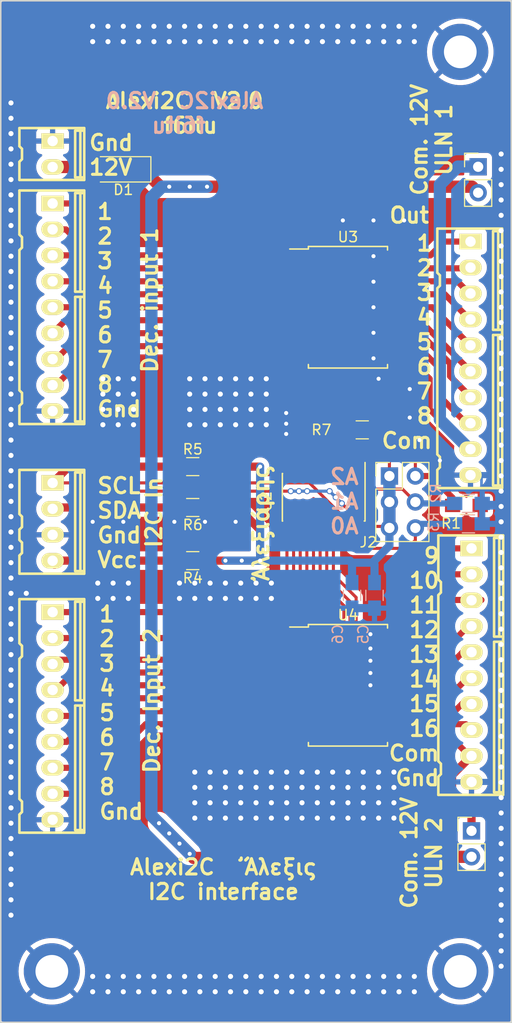
<source format=kicad_pcb>
(kicad_pcb (version 20221018) (generator pcbnew)
  (layers (0 "F.Cu" signal) (31 "B.Cu" signal) (34 "B.Paste" user) (35 "F.Paste" user) (36 "B.SilkS" user "B.Silkscreen") (37 "F.SilkS" user "F.Silkscreen") (38 "B.Mask" user) (39 "F.Mask" user) (44 "Edge.Cuts" user))
  (net 0 "")
  (net 1 "GND")
  (net 2 "Net-(J1-Pad1)")
  (net 3 "Net-(J1-Pad2)")
  (net 4 "Net-(J2-Pad4)")
  (net 5 "Net-(J2-Pad6)")
  (net 6 "Net-(J4-Pad8)")
  (net 7 "Net-(J4-Pad7)")
  (net 8 "Net-(J4-Pad5)")
  (net 9 "Net-(J4-Pad4)")
  (net 10 "Net-(J4-Pad3)")
  (net 11 "Net-(J4-Pad6)")
  (net 12 "Net-(J4-Pad1)")
  (net 13 "Net-(J4-Pad2)")
  (net 14 "Net-(J5-Pad8)")
  (net 15 "Net-(J5-Pad7)")
  (net 16 "Net-(J5-Pad5)")
  (net 17 "Net-(J5-Pad4)")
  (net 18 "Net-(J5-Pad3)")
  (net 19 "Net-(J5-Pad6)")
  (net 20 "Net-(J5-Pad1)")
  (net 21 "Net-(J5-Pad2)")
  (net 22 "Net-(J6-Pad1)")
  (net 23 "Net-(J6-Pad2)")
  (net 24 "Net-(J6-Pad3)")
  (net 25 "Net-(J6-Pad4)")
  (net 26 "Net-(J6-Pad5)")
  (net 27 "Net-(J6-Pad6)")
  (net 28 "Net-(J6-Pad7)")
  (net 29 "Net-(J6-Pad8)")
  (net 30 "Net-(J11-Pad8)")
  (net 31 "Net-(J11-Pad7)")
  (net 32 "Net-(J11-Pad5)")
  (net 33 "Net-(J11-Pad4)")
  (net 34 "Net-(J11-Pad3)")
  (net 35 "Net-(J11-Pad6)")
  (net 36 "Net-(J11-Pad1)")
  (net 37 "Net-(J11-Pad2)")
  (net 38 "Net-(J13-Pad1)")
  (net 39 "Net-(J12-Pad1)")
  (net 40 "Net-(J2-Pad2)")
  (net 41 "Net-(D1-Pad2)")
  (net 42 "Net-(J1-Pad4)")
  (net 43 "Net-(R7-Pad2)")
  (net 44 "Net-(D1-Pad1)")
  (net 45 "Net-(C5-Pad2)")
  (footprint "conn_kk100:kk100_22-23-2021" (layer "F.Cu") (at 95 50 -90)
    (fp_text reference "J3" hide)
    (fp_text value "Conn_01x02" hide)
  )
  (footprint "conn_kk100:kk100_22-23-2101" (layer "F.Cu") (at 135.9238 70 -90)
    (fp_text reference "J4" hide)
    (fp_text value "Conn_01x10" hide)
  )
  (footprint "conn_kk100:kk100_22-23-2101" (layer "F.Cu") (at 136.0238 100.03 -90)
    (fp_text reference "J5" hide)
    (fp_text value "Conn_01x10" hide)
  )
  (footprint "Resistors_SMD:R_0805_HandSoldering" (layer "F.Cu") (at 135.6 84.4)
    (fp_text reference "R1")
    (fp_text value "4k7")
  )
  (footprint "Housings_SOIC:SOIC-18W_7.5x11.6mm_Pitch1.27mm" (layer "F.Cu") (at 124 65)
    (fp_text reference "U3")
    (fp_text value "ULN2803A")
  )
  (footprint "Housings_SOIC:SOIC-18W_7.5x11.6mm_Pitch1.27mm" (layer "F.Cu") (at 124 102)
    (fp_text reference "U4")
    (fp_text value "ULN2803A")
  )
  (footprint "Mounting_Holes:MountingHole_3.2mm_M3_ISO14580_Pad" (layer "F.Cu") (at 95 130)
    (fp_text reference "J8" hide)
    (fp_text value "Conn_01x01" hide)
  )
  (footprint "Mounting_Holes:MountingHole_3.2mm_M3_ISO14580_Pad" (layer "F.Cu") (at 135 130)
    (fp_text reference "J9" hide)
    (fp_text value "Conn_01x01" hide)
  )
  (footprint "Mounting_Holes:MountingHole_3.2mm_M3_ISO14580_Pad" (layer "F.Cu") (at 135 40)
    (fp_text reference "J10" hide)
    (fp_text value "Conn_01x01" hide)
  )
  (footprint "conn_kk100:kk100_22-23-2091" (layer "F.Cu") (at 95 65 -90)
    (fp_text reference "J6" hide)
    (fp_text value "Conn_01x09" hide)
  )
  (footprint "conn_kk100:kk100_22-23-2091" (layer "F.Cu") (at 95 105 -90)
    (fp_text reference "J11" hide)
    (fp_text value "Conn_01x09" hide)
  )
  (footprint "conn_kk100:kk100_22-23-2041" (layer "F.Cu") (at 95 86 -90)
    (fp_text reference "J1" hide)
    (fp_text value "Conn_01x04" hide)
  )
  (footprint "Pin_Headers:Pin_Header_Straight_1x02_Pitch2.54mm" (layer "F.Cu") (at 136.1 116.25)
    (fp_text reference "J12" hide)
    (fp_text value "Conn_01x02" hide)
  )
  (footprint "Pin_Headers:Pin_Header_Straight_1x02_Pitch2.54mm" (layer "F.Cu") (at 136.75 51.25)
    (fp_text reference "J13" hide)
    (fp_text value "Conn_01x02" hide)
  )
  (footprint "Housings_SSOP:TSSOP-24_4.4x7.8mm_Pitch0.65mm" (layer "F.Cu") (at 121.6 83.6 -90)
    (fp_text reference "U2")
    (fp_text value "TCA9555PWR")
  )
  (footprint "Pin_Headers:Pin_Header_Straight_2x03_Pitch2.54mm" (layer "F.Cu") (at 128.06 81.52)
    (fp_text reference "J2")
    (fp_text value "Conn_02x03_Odd_Even")
  )
  (footprint "Diodes_SMD:D_2010" (layer "F.Cu") (at 102 51.5 180)
    (fp_text reference "D1")
    (fp_text value "D")
  )
  (footprint "Resistors_SMD:R_0805_HandSoldering" (layer "F.Cu") (at 108.8 89.8 180)
    (fp_text reference "R4")
    (fp_text value "0R")
  )
  (footprint "Resistors_SMD:R_0805_HandSoldering" (layer "F.Cu") (at 108.8 80.6)
    (fp_text reference "R5")
    (fp_text value "4k7")
  )
  (footprint "Resistors_SMD:R_0805_HandSoldering" (layer "F.Cu") (at 108.8 84.6 180)
    (fp_text reference "R6")
    (fp_text value "4k7")
  )
  (footprint "Resistors_SMD:R_0805_HandSoldering" (layer "F.Cu") (at 125.4 77 180)
    (fp_text reference "R7")
    (fp_text value "4k7")
  )
  (footprint "via:via" (layer "F.Cu") (at 99 37.5)
    (fp_text reference "REF**" hide)
    (fp_text value "via" hide)
  )
  (footprint "via:via" (layer "F.Cu") (at 100.5 37.5)
    (fp_text reference "REF**" hide)
    (fp_text value "via" hide)
  )
  (footprint "via:via" (layer "F.Cu") (at 102 37.5)
    (fp_text reference "REF**" hide)
    (fp_text value "via" hide)
  )
  (footprint "via:via" (layer "F.Cu") (at 103.5 37.5)
    (fp_text reference "REF**" hide)
    (fp_text value "via" hide)
  )
  (footprint "via:via" (layer "F.Cu") (at 105 37.5)
    (fp_text reference "REF**" hide)
    (fp_text value "via" hide)
  )
  (footprint "via:via" (layer "F.Cu") (at 106.5 37.5)
    (fp_text reference "REF**" hide)
    (fp_text value "via" hide)
  )
  (footprint "via:via" (layer "F.Cu") (at 108 37.5)
    (fp_text reference "REF**" hide)
    (fp_text value "via" hide)
  )
  (footprint "via:via" (layer "F.Cu") (at 109.5 37.5)
    (fp_text reference "REF**" hide)
    (fp_text value "via" hide)
  )
  (footprint "via:via" (layer "F.Cu") (at 111 37.5)
    (fp_text reference "REF**" hide)
    (fp_text value "via" hide)
  )
  (footprint "via:via" (layer "F.Cu") (at 112.5 37.5)
    (fp_text reference "REF**" hide)
    (fp_text value "via" hide)
  )
  (footprint "via:via" (layer "F.Cu") (at 114 37.5)
    (fp_text reference "REF**" hide)
    (fp_text value "via" hide)
  )
  (footprint "via:via" (layer "F.Cu") (at 115.5 37.5)
    (fp_text reference "REF**" hide)
    (fp_text value "via" hide)
  )
  (footprint "via:via" (layer "F.Cu") (at 117 37.5)
    (fp_text reference "REF**" hide)
    (fp_text value "via" hide)
  )
  (footprint "via:via" (layer "F.Cu") (at 118.5 37.5)
    (fp_text reference "REF**" hide)
    (fp_text value "via" hide)
  )
  (footprint "via:via" (layer "F.Cu") (at 120 37.5)
    (fp_text reference "REF**" hide)
    (fp_text value "via" hide)
  )
  (footprint "via:via" (layer "F.Cu") (at 121.5 37.5)
    (fp_text reference "REF**" hide)
    (fp_text value "via" hide)
  )
  (footprint "via:via" (layer "F.Cu") (at 123 37.5)
    (fp_text reference "REF**" hide)
    (fp_text value "via" hide)
  )
  (footprint "via:via" (layer "F.Cu") (at 124.5 37.5)
    (fp_text reference "REF**" hide)
    (fp_text value "via" hide)
  )
  (footprint "via:via" (layer "F.Cu") (at 126 37.5)
    (fp_text reference "REF**" hide)
    (fp_text value "via" hide)
  )
  (footprint "via:via" (layer "F.Cu") (at 127.5 37.5)
    (fp_text reference "REF**" hide)
    (fp_text value "via" hide)
  )
  (footprint "via:via" (layer "F.Cu") (at 129 37.5)
    (fp_text reference "REF**" hide)
    (fp_text value "via" hide)
  )
  (footprint "via:via" (layer "F.Cu") (at 130.5 37.5)
    (fp_text reference "REF**" hide)
    (fp_text value "via" hide)
  )
  (footprint "via:via" (layer "F.Cu") (at 99 39)
    (fp_text reference "REF**" hide)
    (fp_text value "via" hide)
  )
  (footprint "via:via" (layer "F.Cu") (at 100.5 39)
    (fp_text reference "REF**" hide)
    (fp_text value "via" hide)
  )
  (footprint "via:via" (layer "F.Cu") (at 102 39)
    (fp_text reference "REF**" hide)
    (fp_text value "via" hide)
  )
  (footprint "via:via" (layer "F.Cu") (at 103.5 39)
    (fp_text reference "REF**" hide)
    (fp_text value "via" hide)
  )
  (footprint "via:via" (layer "F.Cu") (at 105 39)
    (fp_text reference "REF**" hide)
    (fp_text value "via" hide)
  )
  (footprint "via:via" (layer "F.Cu") (at 106.5 39)
    (fp_text reference "REF**" hide)
    (fp_text value "via" hide)
  )
  (footprint "via:via" (layer "F.Cu") (at 108 39)
    (fp_text reference "REF**" hide)
    (fp_text value "via" hide)
  )
  (footprint "via:via" (layer "F.Cu") (at 109.5 39)
    (fp_text reference "REF**" hide)
    (fp_text value "via" hide)
  )
  (footprint "via:via" (layer "F.Cu") (at 111 39)
    (fp_text reference "REF**" hide)
    (fp_text value "via" hide)
  )
  (footprint "via:via" (layer "F.Cu") (at 112.5 39)
    (fp_text reference "REF**" hide)
    (fp_text value "via" hide)
  )
  (footprint "via:via" (layer "F.Cu") (at 114 39)
    (fp_text reference "REF**" hide)
    (fp_text value "via" hide)
  )
  (footprint "via:via" (layer "F.Cu") (at 115.5 39)
    (fp_text reference "REF**" hide)
    (fp_text value "via" hide)
  )
  (footprint "via:via" (layer "F.Cu") (at 117 39)
    (fp_text reference "REF**" hide)
    (fp_text value "via" hide)
  )
  (footprint "via:via" (layer "F.Cu") (at 118.5 39)
    (fp_text reference "REF**" hide)
    (fp_text value "via" hide)
  )
  (footprint "via:via" (layer "F.Cu") (at 120 39)
    (fp_text reference "REF**" hide)
    (fp_text value "via" hide)
  )
  (footprint "via:via" (layer "F.Cu") (at 121.5 39)
    (fp_text reference "REF**" hide)
    (fp_text value "via" hide)
  )
  (footprint "via:via" (layer "F.Cu") (at 123 39)
    (fp_text reference "REF**" hide)
    (fp_text value "via" hide)
  )
  (footprint "via:via" (layer "F.Cu") (at 124.5 39)
    (fp_text reference "REF**" hide)
    (fp_text value "via" hide)
  )
  (footprint "via:via" (layer "F.Cu") (at 126 39)
    (fp_text reference "REF**" hide)
    (fp_text value "via" hide)
  )
  (footprint "via:via" (layer "F.Cu") (at 127.5 39)
    (fp_text reference "REF**" hide)
    (fp_text value "via" hide)
  )
  (footprint "via:via" (layer "F.Cu") (at 129 39)
    (fp_text reference "REF**" hide)
    (fp_text value "via" hide)
  )
  (footprint "via:via" (layer "F.Cu") (at 130.5 39)
    (fp_text reference "REF**" hide)
    (fp_text value "via" hide)
  )
  (footprint "via:via" (layer "F.Cu") (at 130.5 132)
    (fp_text reference "REF**" hide)
    (fp_text value "via" hide)
  )
  (footprint "via:via" (layer "F.Cu") (at 129 132)
    (fp_text reference "REF**" hide)
    (fp_text value "via" hide)
  )
  (footprint "via:via" (layer "F.Cu") (at 127.5 132)
    (fp_text reference "REF**" hide)
    (fp_text value "via" hide)
  )
  (footprint "via:via" (layer "F.Cu") (at 126 132)
    (fp_text reference "REF**" hide)
    (fp_text value "via" hide)
  )
  (footprint "via:via" (layer "F.Cu") (at 124.5 132)
    (fp_text reference "REF**" hide)
    (fp_text value "via" hide)
  )
  (footprint "via:via" (layer "F.Cu") (at 123 132)
    (fp_text reference "REF**" hide)
    (fp_text value "via" hide)
  )
  (footprint "via:via" (layer "F.Cu") (at 121.5 132)
    (fp_text reference "REF**" hide)
    (fp_text value "via" hide)
  )
  (footprint "via:via" (layer "F.Cu") (at 120 132)
    (fp_text reference "REF**" hide)
    (fp_text value "via" hide)
  )
  (footprint "via:via" (layer "F.Cu") (at 118.5 132)
    (fp_text reference "REF**" hide)
    (fp_text value "via" hide)
  )
  (footprint "via:via" (layer "F.Cu") (at 117 132)
    (fp_text reference "REF**" hide)
    (fp_text value "via" hide)
  )
  (footprint "via:via" (layer "F.Cu") (at 115.5 132)
    (fp_text reference "REF**" hide)
    (fp_text value "via" hide)
  )
  (footprint "via:via" (layer "F.Cu") (at 114 132)
    (fp_text reference "REF**" hide)
    (fp_text value "via" hide)
  )
  (footprint "via:via" (layer "F.Cu") (at 112.5 132)
    (fp_text reference "REF**" hide)
    (fp_text value "via" hide)
  )
  (footprint "via:via" (layer "F.Cu") (at 111 132)
    (fp_text reference "REF**" hide)
    (fp_text value "via" hide)
  )
  (footprint "via:via" (layer "F.Cu") (at 109.5 132)
    (fp_text reference "REF**" hide)
    (fp_text value "via" hide)
  )
  (footprint "via:via" (layer "F.Cu") (at 108 132)
    (fp_text reference "REF**" hide)
    (fp_text value "via" hide)
  )
  (footprint "via:via" (layer "F.Cu") (at 106.5 132)
    (fp_text reference "REF**" hide)
    (fp_text value "via" hide)
  )
  (footprint "via:via" (layer "F.Cu") (at 105 132)
    (fp_text reference "REF**" hide)
    (fp_text value "via" hide)
  )
  (footprint "via:via" (layer "F.Cu") (at 103.5 132)
    (fp_text reference "REF**" hide)
    (fp_text value "via" hide)
  )
  (footprint "via:via" (layer "F.Cu") (at 102 132)
    (fp_text reference "REF**" hide)
    (fp_text value "via" hide)
  )
  (footprint "via:via" (layer "F.Cu") (at 100.5 132)
    (fp_text reference "REF**" hide)
    (fp_text value "via" hide)
  )
  (footprint "via:via" (layer "F.Cu") (at 99 132)
    (fp_text reference "REF**" hide)
    (fp_text value "via" hide)
  )
  (footprint "via:via" (layer "F.Cu") (at 130.5 130.5)
    (fp_text reference "REF**" hide)
    (fp_text value "via" hide)
  )
  (footprint "via:via" (layer "F.Cu") (at 129 130.5)
    (fp_text reference "REF**" hide)
    (fp_text value "via" hide)
  )
  (footprint "via:via" (layer "F.Cu") (at 127.5 130.5)
    (fp_text reference "REF**" hide)
    (fp_text value "via" hide)
  )
  (footprint "via:via" (layer "F.Cu") (at 126 130.5)
    (fp_text reference "REF**" hide)
    (fp_text value "via" hide)
  )
  (footprint "via:via" (layer "F.Cu") (at 124.5 130.5)
    (fp_text reference "REF**" hide)
    (fp_text value "via" hide)
  )
  (footprint "via:via" (layer "F.Cu") (at 123 130.5)
    (fp_text reference "REF**" hide)
    (fp_text value "via" hide)
  )
  (footprint "via:via" (layer "F.Cu") (at 121.5 130.5)
    (fp_text reference "REF**" hide)
    (fp_text value "via" hide)
  )
  (footprint "via:via" (layer "F.Cu") (at 120 130.5)
    (fp_text reference "REF**" hide)
    (fp_text value "via" hide)
  )
  (footprint "via:via" (layer "F.Cu") (at 118.5 130.5)
    (fp_text reference "REF**" hide)
    (fp_text value "via" hide)
  )
  (footprint "via:via" (layer "F.Cu") (at 117 130.5)
    (fp_text reference "REF**" hide)
    (fp_text value "via" hide)
  )
  (footprint "via:via" (layer "F.Cu") (at 115.5 130.5)
    (fp_text reference "REF**" hide)
    (fp_text value "via" hide)
  )
  (footprint "via:via" (layer "F.Cu") (at 114 130.5)
    (fp_text reference "REF**" hide)
    (fp_text value "via" hide)
  )
  (footprint "via:via" (layer "F.Cu") (at 112.5 130.5)
    (fp_text reference "REF**" hide)
    (fp_text value "via" hide)
  )
  (footprint "via:via" (layer "F.Cu") (at 111 130.5)
    (fp_text reference "REF**" hide)
    (fp_text value "via" hide)
  )
  (footprint "via:via" (layer "F.Cu") (at 109.5 130.5)
    (fp_text reference "REF**" hide)
    (fp_text value "via" hide)
  )
  (footprint "via:via" (layer "F.Cu") (at 108 130.5)
    (fp_text reference "REF**" hide)
    (fp_text value "via" hide)
  )
  (footprint "via:via" (layer "F.Cu") (at 106.5 130.5)
    (fp_text reference "REF**" hide)
    (fp_text value "via" hide)
  )
  (footprint "via:via" (layer "F.Cu") (at 105 130.5)
    (fp_text reference "REF**" hide)
    (fp_text value "via" hide)
  )
  (footprint "via:via" (layer "F.Cu") (at 103.5 130.5)
    (fp_text reference "REF**" hide)
    (fp_text value "via" hide)
  )
  (footprint "via:via" (layer "F.Cu") (at 102 130.5)
    (fp_text reference "REF**" hide)
    (fp_text value "via" hide)
  )
  (footprint "via:via" (layer "F.Cu") (at 100.5 130.5)
    (fp_text reference "REF**" hide)
    (fp_text value "via" hide)
  )
  (footprint "via:via" (layer "F.Cu") (at 99 130.5)
    (fp_text reference "REF**" hide)
    (fp_text value "via" hide)
  )
  (footprint "via:via" (layer "F.Cu") (at 109 110.5)
    (fp_text reference "REF**" hide)
    (fp_text value "via" hide)
  )
  (footprint "via:via" (layer "F.Cu") (at 110.5 110.5)
    (fp_text reference "REF**" hide)
    (fp_text value "via" hide)
  )
  (footprint "via:via" (layer "F.Cu") (at 112 110.5)
    (fp_text reference "REF**" hide)
    (fp_text value "via" hide)
  )
  (footprint "via:via" (layer "F.Cu") (at 113.5 110.5)
    (fp_text reference "REF**" hide)
    (fp_text value "via" hide)
  )
  (footprint "via:via" (layer "F.Cu") (at 115 110.5)
    (fp_text reference "REF**" hide)
    (fp_text value "via" hide)
  )
  (footprint "via:via" (layer "F.Cu") (at 116.5 110.5)
    (fp_text reference "REF**" hide)
    (fp_text value "via" hide)
  )
  (footprint "via:via" (layer "F.Cu") (at 118 110.5)
    (fp_text reference "REF**" hide)
    (fp_text value "via" hide)
  )
  (footprint "via:via" (layer "F.Cu") (at 119.5 110.5)
    (fp_text reference "REF**" hide)
    (fp_text value "via" hide)
  )
  (footprint "via:via" (layer "F.Cu") (at 121 110.5)
    (fp_text reference "REF**" hide)
    (fp_text value "via" hide)
  )
  (footprint "via:via" (layer "F.Cu") (at 122.5 110.5)
    (fp_text reference "REF**" hide)
    (fp_text value "via" hide)
  )
  (footprint "via:via" (layer "F.Cu") (at 124 110.5)
    (fp_text reference "REF**" hide)
    (fp_text value "via" hide)
  )
  (footprint "via:via" (layer "F.Cu") (at 125.5 110.5)
    (fp_text reference "REF**" hide)
    (fp_text value "via" hide)
  )
  (footprint "via:via" (layer "F.Cu") (at 127 110.5)
    (fp_text reference "REF**" hide)
    (fp_text value "via" hide)
  )
  (footprint "via:via" (layer "F.Cu") (at 128.5 110.5)
    (fp_text reference "REF**" hide)
    (fp_text value "via" hide)
  )
  (footprint "via:via" (layer "F.Cu") (at 109 112)
    (fp_text reference "REF**" hide)
    (fp_text value "via" hide)
  )
  (footprint "via:via" (layer "F.Cu") (at 110.5 112)
    (fp_text reference "REF**" hide)
    (fp_text value "via" hide)
  )
  (footprint "via:via" (layer "F.Cu") (at 112 112)
    (fp_text reference "REF**" hide)
    (fp_text value "via" hide)
  )
  (footprint "via:via" (layer "F.Cu") (at 113.5 112)
    (fp_text reference "REF**" hide)
    (fp_text value "via" hide)
  )
  (footprint "via:via" (layer "F.Cu") (at 115 112)
    (fp_text reference "REF**" hide)
    (fp_text value "via" hide)
  )
  (footprint "via:via" (layer "F.Cu") (at 116.5 112)
    (fp_text reference "REF**" hide)
    (fp_text value "via" hide)
  )
  (footprint "via:via" (layer "F.Cu") (at 118 112)
    (fp_text reference "REF**" hide)
    (fp_text value "via" hide)
  )
  (footprint "via:via" (layer "F.Cu") (at 119.5 112)
    (fp_text reference "REF**" hide)
    (fp_text value "via" hide)
  )
  (footprint "via:via" (layer "F.Cu") (at 121 112)
    (fp_text reference "REF**" hide)
    (fp_text value "via" hide)
  )
  (footprint "via:via" (layer "F.Cu") (at 122.5 112)
    (fp_text reference "REF**" hide)
    (fp_text value "via" hide)
  )
  (footprint "via:via" (layer "F.Cu") (at 124 112)
    (fp_text reference "REF**" hide)
    (fp_text value "via" hide)
  )
  (footprint "via:via" (layer "F.Cu") (at 125.5 112)
    (fp_text reference "REF**" hide)
    (fp_text value "via" hide)
  )
  (footprint "via:via" (layer "F.Cu") (at 127 112)
    (fp_text reference "REF**" hide)
    (fp_text value "via" hide)
  )
  (footprint "via:via" (layer "F.Cu") (at 128.5 112)
    (fp_text reference "REF**" hide)
    (fp_text value "via" hide)
  )
  (footprint "via:via" (layer "F.Cu") (at 109 113.5)
    (fp_text reference "REF**" hide)
    (fp_text value "via" hide)
  )
  (footprint "via:via" (layer "F.Cu") (at 110.5 113.5)
    (fp_text reference "REF**" hide)
    (fp_text value "via" hide)
  )
  (footprint "via:via" (layer "F.Cu") (at 112 113.5)
    (fp_text reference "REF**" hide)
    (fp_text value "via" hide)
  )
  (footprint "via:via" (layer "F.Cu") (at 113.5 113.5)
    (fp_text reference "REF**" hide)
    (fp_text value "via" hide)
  )
  (footprint "via:via" (layer "F.Cu") (at 115 113.5)
    (fp_text reference "REF**" hide)
    (fp_text value "via" hide)
  )
  (footprint "via:via" (layer "F.Cu") (at 116.5 113.5)
    (fp_text reference "REF**" hide)
    (fp_text value "via" hide)
  )
  (footprint "via:via" (layer "F.Cu") (at 118 113.5)
    (fp_text reference "REF**" hide)
    (fp_text value "via" hide)
  )
  (footprint "via:via" (layer "F.Cu") (at 119.5 113.5)
    (fp_text reference "REF**" hide)
    (fp_text value "via" hide)
  )
  (footprint "via:via" (layer "F.Cu") (at 121 113.5)
    (fp_text reference "REF**" hide)
    (fp_text value "via" hide)
  )
  (footprint "via:via" (layer "F.Cu") (at 122.5 113.5)
    (fp_text reference "REF**" hide)
    (fp_text value "via" hide)
  )
  (footprint "via:via" (layer "F.Cu") (at 124 113.5)
    (fp_text reference "REF**" hide)
    (fp_text value "via" hide)
  )
  (footprint "via:via" (layer "F.Cu") (at 125.5 113.5)
    (fp_text reference "REF**" hide)
    (fp_text value "via" hide)
  )
  (footprint "via:via" (layer "F.Cu") (at 127 113.5)
    (fp_text reference "REF**" hide)
    (fp_text value "via" hide)
  )
  (footprint "via:via" (layer "F.Cu") (at 128.5 113.5)
    (fp_text reference "REF**" hide)
    (fp_text value "via" hide)
  )
  (footprint "via:via" (layer "F.Cu") (at 109 115)
    (fp_text reference "REF**" hide)
    (fp_text value "via" hide)
  )
  (footprint "via:via" (layer "F.Cu") (at 110.5 115)
    (fp_text reference "REF**" hide)
    (fp_text value "via" hide)
  )
  (footprint "via:via" (layer "F.Cu") (at 112 115)
    (fp_text reference "REF**" hide)
    (fp_text value "via" hide)
  )
  (footprint "via:via" (layer "F.Cu") (at 113.5 115)
    (fp_text reference "REF**" hide)
    (fp_text value "via" hide)
  )
  (footprint "via:via" (layer "F.Cu") (at 115 115)
    (fp_text reference "REF**" hide)
    (fp_text value "via" hide)
  )
  (footprint "via:via" (layer "F.Cu") (at 116.5 115)
    (fp_text reference "REF**" hide)
    (fp_text value "via" hide)
  )
  (footprint "via:via" (layer "F.Cu") (at 118 115)
    (fp_text reference "REF**" hide)
    (fp_text value "via" hide)
  )
  (footprint "via:via" (layer "F.Cu") (at 119.5 115)
    (fp_text reference "REF**" hide)
    (fp_text value "via" hide)
  )
  (footprint "via:via" (layer "F.Cu") (at 121 115)
    (fp_text reference "REF**" hide)
    (fp_text value "via" hide)
  )
  (footprint "via:via" (layer "F.Cu") (at 122.5 115)
    (fp_text reference "REF**" hide)
    (fp_text value "via" hide)
  )
  (footprint "via:via" (layer "F.Cu") (at 124 115)
    (fp_text reference "REF**" hide)
    (fp_text value "via" hide)
  )
  (footprint "via:via" (layer "F.Cu") (at 125.5 115)
    (fp_text reference "REF**" hide)
    (fp_text value "via" hide)
  )
  (footprint "via:via" (layer "F.Cu") (at 127 115)
    (fp_text reference "REF**" hide)
    (fp_text value "via" hide)
  )
  (footprint "via:via" (layer "F.Cu") (at 128.5 115)
    (fp_text reference "REF**" hide)
    (fp_text value "via" hide)
  )
  (footprint "via:via" (layer "F.Cu") (at 116.5 93.5)
    (fp_text reference "REF**" hide)
    (fp_text value "via" hide)
  )
  (footprint "via:via" (layer "F.Cu") (at 115 93.5)
    (fp_text reference "REF**" hide)
    (fp_text value "via" hide)
  )
  (footprint "via:via" (layer "F.Cu") (at 113.5 93.5)
    (fp_text reference "REF**" hide)
    (fp_text value "via" hide)
  )
  (footprint "via:via" (layer "F.Cu") (at 112 93.5)
    (fp_text reference "REF**" hide)
    (fp_text value "via" hide)
  )
  (footprint "via:via" (layer "F.Cu") (at 110.5 93.5)
    (fp_text reference "REF**" hide)
    (fp_text value "via" hide)
  )
  (footprint "via:via" (layer "F.Cu") (at 109 93.5)
    (fp_text reference "REF**" hide)
    (fp_text value "via" hide)
  )
  (footprint "via:via" (layer "F.Cu") (at 107.5 93.5)
    (fp_text reference "REF**" hide)
    (fp_text value "via" hide)
  )
  (footprint "via:via" (layer "F.Cu") (at 116.5 92)
    (fp_text reference "REF**" hide)
    (fp_text value "via" hide)
  )
  (footprint "via:via" (layer "F.Cu") (at 115 92)
    (fp_text reference "REF**" hide)
    (fp_text value "via" hide)
  )
  (footprint "via:via" (layer "F.Cu") (at 113.5 92)
    (fp_text reference "REF**" hide)
    (fp_text value "via" hide)
  )
  (footprint "via:via" (layer "F.Cu") (at 112 92)
    (fp_text reference "REF**" hide)
    (fp_text value "via" hide)
  )
  (footprint "via:via" (layer "F.Cu") (at 110.5 92)
    (fp_text reference "REF**" hide)
    (fp_text value "via" hide)
  )
  (footprint "via:via" (layer "F.Cu") (at 109 92)
    (fp_text reference "REF**" hide)
    (fp_text value "via" hide)
  )
  (footprint "via:via" (layer "F.Cu") (at 107.5 92)
    (fp_text reference "REF**" hide)
    (fp_text value "via" hide)
  )
  (footprint "via:via" (layer "F.Cu") (at 99.5 92)
    (fp_text reference "REF**" hide)
    (fp_text value "via" hide)
  )
  (footprint "via:via" (layer "F.Cu") (at 101 92)
    (fp_text reference "REF**" hide)
    (fp_text value "via" hide)
  )
  (footprint "via:via" (layer "F.Cu") (at 102.5 92)
    (fp_text reference "REF**" hide)
    (fp_text value "via" hide)
  )
  (footprint "via:via" (layer "F.Cu") (at 99.5 93.5)
    (fp_text reference "REF**" hide)
    (fp_text value "via" hide)
  )
  (footprint "via:via" (layer "F.Cu") (at 101 93.5)
    (fp_text reference "REF**" hide)
    (fp_text value "via" hide)
  )
  (footprint "via:via" (layer "F.Cu") (at 102.5 93.5)
    (fp_text reference "REF**" hide)
    (fp_text value "via" hide)
  )
  (footprint "via:via" (layer "F.Cu") (at 116 76.5)
    (fp_text reference "REF**" hide)
    (fp_text value "via" hide)
  )
  (footprint "via:via" (layer "F.Cu") (at 114.5 76.5)
    (fp_text reference "REF**" hide)
    (fp_text value "via" hide)
  )
  (footprint "via:via" (layer "F.Cu") (at 113 76.5)
    (fp_text reference "REF**" hide)
    (fp_text value "via" hide)
  )
  (footprint "via:via" (layer "F.Cu") (at 111.5 76.5)
    (fp_text reference "REF**" hide)
    (fp_text value "via" hide)
  )
  (footprint "via:via" (layer "F.Cu") (at 110 76.5)
    (fp_text reference "REF**" hide)
    (fp_text value "via" hide)
  )
  (footprint "via:via" (layer "F.Cu") (at 108.5 76.5)
    (fp_text reference "REF**" hide)
    (fp_text value "via" hide)
  )
  (footprint "via:via" (layer "F.Cu") (at 116 75)
    (fp_text reference "REF**" hide)
    (fp_text value "via" hide)
  )
  (footprint "via:via" (layer "F.Cu") (at 114.5 75)
    (fp_text reference "REF**" hide)
    (fp_text value "via" hide)
  )
  (footprint "via:via" (layer "F.Cu") (at 113 75)
    (fp_text reference "REF**" hide)
    (fp_text value "via" hide)
  )
  (footprint "via:via" (layer "F.Cu") (at 111.5 75)
    (fp_text reference "REF**" hide)
    (fp_text value "via" hide)
  )
  (footprint "via:via" (layer "F.Cu") (at 110 75)
    (fp_text reference "REF**" hide)
    (fp_text value "via" hide)
  )
  (footprint "via:via" (layer "F.Cu") (at 108.5 75)
    (fp_text reference "REF**" hide)
    (fp_text value "via" hide)
  )
  (footprint "via:via" (layer "F.Cu") (at 116 73.5)
    (fp_text reference "REF**" hide)
    (fp_text value "via" hide)
  )
  (footprint "via:via" (layer "F.Cu") (at 114.5 73.5)
    (fp_text reference "REF**" hide)
    (fp_text value "via" hide)
  )
  (footprint "via:via" (layer "F.Cu") (at 113 73.5)
    (fp_text reference "REF**" hide)
    (fp_text value "via" hide)
  )
  (footprint "via:via" (layer "F.Cu") (at 111.5 73.5)
    (fp_text reference "REF**" hide)
    (fp_text value "via" hide)
  )
  (footprint "via:via" (layer "F.Cu") (at 110 73.5)
    (fp_text reference "REF**" hide)
    (fp_text value "via" hide)
  )
  (footprint "via:via" (layer "F.Cu") (at 108.5 73.5)
    (fp_text reference "REF**" hide)
    (fp_text value "via" hide)
  )
  (footprint "via:via" (layer "F.Cu") (at 116 72)
    (fp_text reference "REF**" hide)
    (fp_text value "via" hide)
  )
  (footprint "via:via" (layer "F.Cu") (at 114.5 72)
    (fp_text reference "REF**" hide)
    (fp_text value "via" hide)
  )
  (footprint "via:via" (layer "F.Cu") (at 113 72)
    (fp_text reference "REF**" hide)
    (fp_text value "via" hide)
  )
  (footprint "via:via" (layer "F.Cu") (at 111.5 72)
    (fp_text reference "REF**" hide)
    (fp_text value "via" hide)
  )
  (footprint "via:via" (layer "F.Cu") (at 110 72)
    (fp_text reference "REF**" hide)
    (fp_text value "via" hide)
  )
  (footprint "via:via" (layer "F.Cu") (at 108.5 72)
    (fp_text reference "REF**" hide)
    (fp_text value "via" hide)
  )
  (footprint "via:via" (layer "F.Cu") (at 100 72)
    (fp_text reference "REF**" hide)
    (fp_text value "via" hide)
  )
  (footprint "via:via" (layer "F.Cu") (at 101.5 72)
    (fp_text reference "REF**" hide)
    (fp_text value "via" hide)
  )
  (footprint "via:via" (layer "F.Cu") (at 103 72)
    (fp_text reference "REF**" hide)
    (fp_text value "via" hide)
  )
  (footprint "via:via" (layer "F.Cu") (at 100 73.5)
    (fp_text reference "REF**" hide)
    (fp_text value "via" hide)
  )
  (footprint "via:via" (layer "F.Cu") (at 101.5 73.5)
    (fp_text reference "REF**" hide)
    (fp_text value "via" hide)
  )
  (footprint "via:via" (layer "F.Cu") (at 103 73.5)
    (fp_text reference "REF**" hide)
    (fp_text value "via" hide)
  )
  (footprint "via:via" (layer "F.Cu") (at 100 75)
    (fp_text reference "REF**" hide)
    (fp_text value "via" hide)
  )
  (footprint "via:via" (layer "F.Cu") (at 101.5 75)
    (fp_text reference "REF**" hide)
    (fp_text value "via" hide)
  )
  (footprint "via:via" (layer "F.Cu") (at 103 75)
    (fp_text reference "REF**" hide)
    (fp_text value "via" hide)
  )
  (footprint "via:via" (layer "F.Cu") (at 100 76.5)
    (fp_text reference "REF**" hide)
    (fp_text value "via" hide)
  )
  (footprint "via:via" (layer "F.Cu") (at 101.5 76.5)
    (fp_text reference "REF**" hide)
    (fp_text value "via" hide)
  )
  (footprint "via:via" (layer "F.Cu") (at 103 76.5)
    (fp_text reference "REF**" hide)
    (fp_text value "via" hide)
  )
  (footprint "via:via" (layer "F.Cu") (at 91 45)
    (fp_text reference "REF**" hide)
    (fp_text value "via" hide)
  )
  (footprint "via:via" (layer "F.Cu") (at 91 46.5)
    (fp_text reference "REF**" hide)
    (fp_text value "via" hide)
  )
  (footprint "via:via" (layer "F.Cu") (at 91 48)
    (fp_text reference "REF**" hide)
    (fp_text value "via" hide)
  )
  (footprint "via:via" (layer "F.Cu") (at 91 49.5)
    (fp_text reference "REF**" hide)
    (fp_text value "via" hide)
  )
  (footprint "via:via" (layer "F.Cu") (at 91 51)
    (fp_text reference "REF**" hide)
    (fp_text value "via" hide)
  )
  (footprint "via:via" (layer "F.Cu") (at 91 52.5)
    (fp_text reference "REF**" hide)
    (fp_text value "via" hide)
  )
  (footprint "via:via" (layer "F.Cu") (at 91 54)
    (fp_text reference "REF**" hide)
    (fp_text value "via" hide)
  )
  (footprint "via:via" (layer "F.Cu") (at 91 55.5)
    (fp_text reference "REF**" hide)
    (fp_text value "via" hide)
  )
  (footprint "via:via" (layer "F.Cu") (at 91 57)
    (fp_text reference "REF**" hide)
    (fp_text value "via" hide)
  )
  (footprint "via:via" (layer "F.Cu") (at 91 58.5)
    (fp_text reference "REF**" hide)
    (fp_text value "via" hide)
  )
  (footprint "via:via" (layer "F.Cu") (at 91 60)
    (fp_text reference "REF**" hide)
    (fp_text value "via" hide)
  )
  (footprint "via:via" (layer "F.Cu") (at 91 61.5)
    (fp_text reference "REF**" hide)
    (fp_text value "via" hide)
  )
  (footprint "via:via" (layer "F.Cu") (at 91 63)
    (fp_text reference "REF**" hide)
    (fp_text value "via" hide)
  )
  (footprint "via:via" (layer "F.Cu") (at 91 64.5)
    (fp_text reference "REF**" hide)
    (fp_text value "via" hide)
  )
  (footprint "via:via" (layer "F.Cu") (at 91 66)
    (fp_text reference "REF**" hide)
    (fp_text value "via" hide)
  )
  (footprint "via:via" (layer "F.Cu") (at 91 67.5)
    (fp_text reference "REF**" hide)
    (fp_text value "via" hide)
  )
  (footprint "via:via" (layer "F.Cu") (at 91 69)
    (fp_text reference "REF**" hide)
    (fp_text value "via" hide)
  )
  (footprint "via:via" (layer "F.Cu") (at 91 70.5)
    (fp_text reference "REF**" hide)
    (fp_text value "via" hide)
  )
  (footprint "via:via" (layer "F.Cu") (at 91 72)
    (fp_text reference "REF**" hide)
    (fp_text value "via" hide)
  )
  (footprint "via:via" (layer "F.Cu") (at 91 73.5)
    (fp_text reference "REF**" hide)
    (fp_text value "via" hide)
  )
  (footprint "via:via" (layer "F.Cu") (at 91 75)
    (fp_text reference "REF**" hide)
    (fp_text value "via" hide)
  )
  (footprint "via:via" (layer "F.Cu") (at 91 76.5)
    (fp_text reference "REF**" hide)
    (fp_text value "via" hide)
  )
  (footprint "via:via" (layer "F.Cu") (at 91 78)
    (fp_text reference "REF**" hide)
    (fp_text value "via" hide)
  )
  (footprint "via:via" (layer "F.Cu") (at 91 79.5)
    (fp_text reference "REF**" hide)
    (fp_text value "via" hide)
  )
  (footprint "via:via" (layer "F.Cu") (at 91 81)
    (fp_text reference "REF**" hide)
    (fp_text value "via" hide)
  )
  (footprint "via:via" (layer "F.Cu") (at 91 82.5)
    (fp_text reference "REF**" hide)
    (fp_text value "via" hide)
  )
  (footprint "via:via" (layer "F.Cu") (at 91 84)
    (fp_text reference "REF**" hide)
    (fp_text value "via" hide)
  )
  (footprint "via:via" (layer "F.Cu") (at 91 85.5)
    (fp_text reference "REF**" hide)
    (fp_text value "via" hide)
  )
  (footprint "via:via" (layer "F.Cu") (at 91 87)
    (fp_text reference "REF**" hide)
    (fp_text value "via" hide)
  )
  (footprint "via:via" (layer "F.Cu") (at 91 88.5)
    (fp_text reference "REF**" hide)
    (fp_text value "via" hide)
  )
  (footprint "via:via" (layer "F.Cu") (at 91 90)
    (fp_text reference "REF**" hide)
    (fp_text value "via" hide)
  )
  (footprint "via:via" (layer "F.Cu") (at 91 91.5)
    (fp_text reference "REF**" hide)
    (fp_text value "via" hide)
  )
  (footprint "via:via" (layer "F.Cu") (at 91 93)
    (fp_text reference "REF**" hide)
    (fp_text value "via" hide)
  )
  (footprint "via:via" (layer "F.Cu") (at 92.5 93)
    (fp_text reference "REF**" hide)
    (fp_text value "via" hide)
  )
  (footprint "via:via" (layer "F.Cu") (at 91 94.5)
    (fp_text reference "REF**" hide)
    (fp_text value "via" hide)
  )
  (footprint "via:via" (layer "F.Cu") (at 91 96)
    (fp_text reference "REF**" hide)
    (fp_text value "via" hide)
  )
  (footprint "via:via" (layer "F.Cu") (at 91 97.5)
    (fp_text reference "REF**" hide)
    (fp_text value "via" hide)
  )
  (footprint "via:via" (layer "F.Cu") (at 91 99)
    (fp_text reference "REF**" hide)
    (fp_text value "via" hide)
  )
  (footprint "via:via" (layer "F.Cu") (at 91 100.5)
    (fp_text reference "REF**" hide)
    (fp_text value "via" hide)
  )
  (footprint "via:via" (layer "F.Cu") (at 91 102)
    (fp_text reference "REF**" hide)
    (fp_text value "via" hide)
  )
  (footprint "via:via" (layer "F.Cu") (at 91 103.5)
    (fp_text reference "REF**" hide)
    (fp_text value "via" hide)
  )
  (footprint "via:via" (layer "F.Cu") (at 91 105)
    (fp_text reference "REF**" hide)
    (fp_text value "via" hide)
  )
  (footprint "via:via" (layer "F.Cu") (at 91 106.5)
    (fp_text reference "REF**" hide)
    (fp_text value "via" hide)
  )
  (footprint "via:via" (layer "F.Cu") (at 91 108)
    (fp_text reference "REF**" hide)
    (fp_text value "via" hide)
  )
  (footprint "via:via" (layer "F.Cu") (at 91 109.5)
    (fp_text reference "REF**" hide)
    (fp_text value "via" hide)
  )
  (footprint "via:via" (layer "F.Cu") (at 91 111)
    (fp_text reference "REF**" hide)
    (fp_text value "via" hide)
  )
  (footprint "via:via" (layer "F.Cu") (at 91 112.5)
    (fp_text reference "REF**" hide)
    (fp_text value "via" hide)
  )
  (footprint "via:via" (layer "F.Cu") (at 91 114)
    (fp_text reference "REF**" hide)
    (fp_text value "via" hide)
  )
  (footprint "via:via" (layer "F.Cu") (at 91 115.5)
    (fp_text reference "REF**" hide)
    (fp_text value "via" hide)
  )
  (footprint "via:via" (layer "F.Cu") (at 91 117)
    (fp_text reference "REF**" hide)
    (fp_text value "via" hide)
  )
  (footprint "via:via" (layer "F.Cu") (at 91 118.5)
    (fp_text reference "REF**" hide)
    (fp_text value "via" hide)
  )
  (footprint "via:via" (layer "F.Cu") (at 91 120)
    (fp_text reference "REF**" hide)
    (fp_text value "via" hide)
  )
  (footprint "via:via" (layer "F.Cu") (at 91 121.5)
    (fp_text reference "REF**" hide)
    (fp_text value "via" hide)
  )
  (footprint "via:via" (layer "F.Cu") (at 91 123)
    (fp_text reference "REF**" hide)
    (fp_text value "via" hide)
  )
  (footprint "via:via" (layer "F.Cu") (at 91 124.5)
    (fp_text reference "REF**" hide)
    (fp_text value "via" hide)
  )
  (footprint "via:via" (layer "F.Cu") (at 139 129.5)
    (fp_text reference "REF**" hide)
    (fp_text value "via" hide)
  )
  (footprint "via:via" (layer "F.Cu") (at 139 128)
    (fp_text reference "REF**" hide)
    (fp_text value "via" hide)
  )
  (footprint "via:via" (layer "F.Cu") (at 139 126.5)
    (fp_text reference "REF**" hide)
    (fp_text value "via" hide)
  )
  (footprint "via:via" (layer "F.Cu") (at 139 125)
    (fp_text reference "REF**" hide)
    (fp_text value "via" hide)
  )
  (footprint "via:via" (layer "F.Cu") (at 139 123.5)
    (fp_text reference "REF**" hide)
    (fp_text value "via" hide)
  )
  (footprint "via:via" (layer "F.Cu") (at 139 122)
    (fp_text reference "REF**" hide)
    (fp_text value "via" hide)
  )
  (footprint "via:via" (layer "F.Cu") (at 139 120.5)
    (fp_text reference "REF**" hide)
    (fp_text value "via" hide)
  )
  (footprint "via:via" (layer "F.Cu") (at 139 119)
    (fp_text reference "REF**" hide)
    (fp_text value "via" hide)
  )
  (footprint "via:via" (layer "F.Cu") (at 139 117.5)
    (fp_text reference "REF**" hide)
    (fp_text value "via" hide)
  )
  (footprint "via:via" (layer "F.Cu") (at 139 116)
    (fp_text reference "REF**" hide)
    (fp_text value "via" hide)
  )
  (footprint "via:via" (layer "F.Cu") (at 139 114.5)
    (fp_text reference "REF**" hide)
    (fp_text value "via" hide)
  )
  (footprint "via:via" (layer "F.Cu") (at 139 113)
    (fp_text reference "REF**" hide)
    (fp_text value "via" hide)
  )
  (footprint "via:via" (layer "F.Cu") (at 139 111.5)
    (fp_text reference "REF**" hide)
    (fp_text value "via" hide)
  )
  (footprint "via:via" (layer "F.Cu") (at 139 110)
    (fp_text reference "REF**" hide)
    (fp_text value "via" hide)
  )
  (footprint "via:via" (layer "F.Cu") (at 139 108.5)
    (fp_text reference "REF**" hide)
    (fp_text value "via" hide)
  )
  (footprint "via:via" (layer "F.Cu") (at 139 107)
    (fp_text reference "REF**" hide)
    (fp_text value "via" hide)
  )
  (footprint "via:via" (layer "F.Cu") (at 139 105.5)
    (fp_text reference "REF**" hide)
    (fp_text value "via" hide)
  )
  (footprint "via:via" (layer "F.Cu") (at 139 104)
    (fp_text reference "REF**" hide)
    (fp_text value "via" hide)
  )
  (footprint "via:via" (layer "F.Cu") (at 139 102.5)
    (fp_text reference "REF**" hide)
    (fp_text value "via" hide)
  )
  (footprint "via:via" (layer "F.Cu") (at 139 101)
    (fp_text reference "REF**" hide)
    (fp_text value "via" hide)
  )
  (footprint "via:via" (layer "F.Cu") (at 139 99.5)
    (fp_text reference "REF**" hide)
    (fp_text value "via" hide)
  )
  (footprint "via:via" (layer "F.Cu") (at 139 98)
    (fp_text reference "REF**" hide)
    (fp_text value "via" hide)
  )
  (footprint "via:via" (layer "F.Cu") (at 139 96.5)
    (fp_text reference "REF**" hide)
    (fp_text value "via" hide)
  )
  (footprint "via:via" (layer "F.Cu") (at 139 95)
    (fp_text reference "REF**" hide)
    (fp_text value "via" hide)
  )
  (footprint "via:via" (layer "F.Cu") (at 139 93.5)
    (fp_text reference "REF**" hide)
    (fp_text value "via" hide)
  )
  (footprint "via:via" (layer "F.Cu") (at 139 92)
    (fp_text reference "REF**" hide)
    (fp_text value "via" hide)
  )
  (footprint "via:via" (layer "F.Cu") (at 139 90.5)
    (fp_text reference "REF**" hide)
    (fp_text value "via" hide)
  )
  (footprint "via:via" (layer "F.Cu") (at 139 89)
    (fp_text reference "REF**" hide)
    (fp_text value "via" hide)
  )
  (footprint "via:via" (layer "F.Cu") (at 139 87.5)
    (fp_text reference "REF**" hide)
    (fp_text value "via" hide)
  )
  (footprint "via:via" (layer "F.Cu") (at 139 86)
    (fp_text reference "REF**" hide)
    (fp_text value "via" hide)
  )
  (footprint "via:via" (layer "F.Cu") (at 139 84.5)
    (fp_text reference "REF**" hide)
    (fp_text value "via" hide)
  )
  (footprint "via:via" (layer "F.Cu") (at 139 83)
    (fp_text reference "REF**" hide)
    (fp_text value "via" hide)
  )
  (footprint "via:via" (layer "F.Cu") (at 139 81.5)
    (fp_text reference "REF**" hide)
    (fp_text value "via" hide)
  )
  (footprint "via:via" (layer "F.Cu") (at 139 80)
    (fp_text reference "REF**" hide)
    (fp_text value "via" hide)
  )
  (footprint "via:via" (layer "F.Cu") (at 139 78.5)
    (fp_text reference "REF**" hide)
    (fp_text value "via" hide)
  )
  (footprint "via:via" (layer "F.Cu") (at 139 77)
    (fp_text reference "REF**" hide)
    (fp_text value "via" hide)
  )
  (footprint "via:via" (layer "F.Cu") (at 139 75.5)
    (fp_text reference "REF**" hide)
    (fp_text value "via" hide)
  )
  (footprint "via:via" (layer "F.Cu") (at 139 74)
    (fp_text reference "REF**" hide)
    (fp_text value "via" hide)
  )
  (footprint "via:via" (layer "F.Cu") (at 139 72.5)
    (fp_text reference "REF**" hide)
    (fp_text value "via" hide)
  )
  (footprint "via:via" (layer "F.Cu") (at 139 71)
    (fp_text reference "REF**" hide)
    (fp_text value "via" hide)
  )
  (footprint "via:via" (layer "F.Cu") (at 139 69.5)
    (fp_text reference "REF**" hide)
    (fp_text value "via" hide)
  )
  (footprint "via:via" (layer "F.Cu") (at 139 68)
    (fp_text reference "REF**" hide)
    (fp_text value "via" hide)
  )
  (footprint "via:via" (layer "F.Cu") (at 139 66.5)
    (fp_text reference "REF**" hide)
    (fp_text value "via" hide)
  )
  (footprint "via:via" (layer "F.Cu") (at 139 65)
    (fp_text reference "REF**" hide)
    (fp_text value "via" hide)
  )
  (footprint "via:via" (layer "F.Cu") (at 139 63.5)
    (fp_text reference "REF**" hide)
    (fp_text value "via" hide)
  )
  (footprint "via:via" (layer "F.Cu") (at 139 62)
    (fp_text reference "REF**" hide)
    (fp_text value "via" hide)
  )
  (footprint "via:via" (layer "F.Cu") (at 139 60.5)
    (fp_text reference "REF**" hide)
    (fp_text value "via" hide)
  )
  (footprint "via:via" (layer "F.Cu") (at 139 59)
    (fp_text reference "REF**" hide)
    (fp_text value "via" hide)
  )
  (footprint "via:via" (layer "F.Cu") (at 139 57.5)
    (fp_text reference "REF**" hide)
    (fp_text value "via" hide)
  )
  (footprint "via:via" (layer "F.Cu") (at 139 56)
    (fp_text reference "REF**" hide)
    (fp_text value "via" hide)
  )
  (footprint "via:via" (layer "F.Cu") (at 139 54.5)
    (fp_text reference "REF**" hide)
    (fp_text value "via" hide)
  )
  (footprint "via:via" (layer "F.Cu") (at 139 53)
    (fp_text reference "REF**" hide)
    (fp_text value "via" hide)
  )
  (footprint "via:via" (layer "F.Cu") (at 139 51.5)
    (fp_text reference "REF**" hide)
    (fp_text value "via" hide)
  )
  (footprint "via:via" (layer "F.Cu") (at 139 50)
    (fp_text reference "REF**" hide)
    (fp_text value "via" hide)
  )
  (footprint "Capacitors_SMD:C_0805_HandSoldering" (layer "B.Cu") (at 126.6 93.2 90)
    (fp_text reference "C5")
    (fp_text value "100n")
  )
  (footprint "Capacitors_SMD:C_0805_HandSoldering" (layer "B.Cu") (at 124.4 93.2 90)
    (fp_text reference "C6")
    (fp_text value "10n")
  )
  (footprint "Resistors_SMD:R_0805_HandSoldering" (layer "B.Cu") (at 135.8 84.2)
    (fp_text reference "R2")
    (fp_text value "4k7")
  )
  (footprint "Resistors_SMD:R_0805_HandSoldering" (layer "B.Cu") (at 135.8 86.2)
    (fp_text reference "R3")
    (fp_text value "4k7")
  )
  (gr_line (start 140 35) (end 140 135) (stroke (width 0.15)) (layer "Edge.Cuts"))
  (gr_line (start 90 135) (end 90 35) (stroke (width 0.15)) (layer "Edge.Cuts"))
  (gr_line (start 90 35) (end 140 35) (stroke (width 0.15)) (layer "Edge.Cuts"))
  (gr_line (start 140 135) (end 90 135) (stroke (width 0.15)) (layer "Edge.Cuts"))
  (gr_text "Alexi2C  V2.0\n f6itu" (at 108 46) (layer "B.SilkS") (effects (font (size 1.5 1.5) (thickness 0.3)) (justify mirror)))
  (gr_text "A2\nA1\nA0" (at 125.2 84) (layer "B.SilkS") (effects (font (size 1.5 1.5) (thickness 0.3)) (justify left mirror)))
  (gr_text "Out" (at 130 56) (layer "F.SilkS") (effects (font (size 1.5 1.5) (thickness 0.3))))
  (gr_text "Dec. Input 2" (at 104.8 103.5 90) (layer "F.SilkS") (effects (font (size 1.5 1.5) (thickness 0.3))))
  (gr_text "9\n10\n11\n12\n13\n14\n15\n16\nCom\nGnd" (at 133.1 100.2) (layer "F.SilkS") (effects (font (size 1.5 1.5) (thickness 0.3)) (justify right)))
  (gr_text "1\n2\n3\n4\n5\n6\n7\n8\nCom" (at 132.4 68.4) (layer "F.SilkS") (effects (font (size 1.5 1.5) (thickness 0.3)) (justify right)))
  (gr_text "I2C In" (at 105 88.7 90) (layer "F.SilkS") (effects (font (size 1.5 1.5) (thickness 0.3)) (justify left)))
  (gr_text "Com. 12V\nULN 2" (at 131.2 118.4 90) (layer "F.SilkS") (effects (font (size 1.5 1.5) (thickness 0.3))))
  (gr_text " Ἀλεξιάρης" (at 115.5 86.75 90) (layer "F.SilkS") (effects (font (size 1.5 1.5) (thickness 0.3))))
  (gr_text "1\n2\n3\n4\n5\n6\n7\n8\nGnd\n" (at 99.3 65.3) (layer "F.SilkS") (effects (font (size 1.5 1.5) (thickness 0.3)) (justify left)))
  (gr_text "Gnd\n12V\n" (at 98.5 50.1) (layer "F.SilkS") (effects (font (size 1.5 1.5) (thickness 0.3)) (justify left)))
  (gr_text "Dec. input 1" (at 104.6 64.3 90) (layer "F.SilkS") (effects (font (size 1.5 1.5) (thickness 0.3))))
  (gr_text "Alexi2C  Ἄλεξις\nI2C interface" (at 111.8 121) (layer "F.SilkS") (effects (font (size 1.5 1.5) (thickness 0.3))))
  (gr_text "SCL\nSDA\nGnd\nVcc" (at 99.3 86.1) (layer "F.SilkS") (effects (font (size 1.5 1.5) (thickness 0.3)) (justify left)))
  (gr_text "Com. 12V\nULN 1\n" (at 132.2 48.6 90) (layer "F.SilkS") (effects (font (size 1.5 1.5) (thickness 0.3))))
  (gr_text "Alexi2C  V2.0\n f6itu" (at 108 46) (layer "F.SilkS") (effects (font (size 1.5 1.5) (thickness 0.3))))
  (gr_text "1\n2\n3\n4\n5\n6\n7\n8\nGnd" (at 99.5 104.7) (layer "F.SilkS") (effects (font (size 1.5 1.5) (thickness 0.3)) (justify left)))
  (segment (start 126.2 97) (end 126.2 98.4) (width 0.25) (layer "F.Cu") (net 1))
  (segment (start 126.2 99.6) (end 126.2 100.8) (width 0.25) (layer "F.Cu") (net 1))
  (segment (start 134.43 81.43) (end 133 80) (width 0.25) (layer "F.Cu") (net 1))
  (segment (start 126.5 70) (end 126.5 67.5) (width 0.25) (layer "F.Cu") (net 1))
  (segment (start 126.5 65) (end 126.5 62.5) (width 0.25) (layer "F.Cu") (net 1))
  (segment (start 126.5 60) (end 123.5 57) (width 0.25) (layer "F.Cu") (net 1))
  (segment (start 123.5 57) (end 123.5 56.5) (width 0.25) (layer "F.Cu") (net 1))
  (segment (start 126.5 56.5) (end 129.5 56.5) (width 0.25) (layer "F.Cu") (net 1))
  (segment (start 97.73 87.27) (end 99 86) (width 0.25) (layer "F.Cu") (net 1))
  (segment (start 102 86) (end 107 86) (width 0.25) (layer "F.Cu") (net 1))
  (segment (start 110 86) (end 113 86) (width 0.25) (layer "F.Cu") (net 1))
  (segment (start 135 128) (end 135 130) (width 0.25) (layer "F.Cu") (net 1))
  (segment (start 117.949908 76.4) (end 117.949908 75.352132) (width 0.25) (layer "F.Cu") (net 1))
  (segment (start 95.0762 87.27) (end 97.73 87.27) (width 0.25) (layer "F.Cu") (net 1))
  (segment (start 118.025 80.75) (end 118.025 77.475092) (width 0.25) (layer "F.Cu") (net 1))
  (segment (start 131 76.8) (end 130.05001 75.85001) (width 0.25) (layer "F.Cu") (net 1))
  (segment (start 127 72) (end 129.468723 72) (width 0.25) (layer "F.Cu") (net 1))
  (segment (start 136 81.43) (end 134.43 81.43) (width 0.25) (layer "F.Cu") (net 1))
  (segment (start 130.05001 72.581287) (end 130.05001 73.005551) (width 0.25) (layer "F.Cu") (net 1))
  (segment (start 129.468723 72) (end 130.05001 72.581287) (width 0.25) (layer "F.Cu") (net 1))
  (segment (start 118.025 77.475092) (end 117.949908 77.4) (width 0.25) (layer "F.Cu") (net 1))
  (segment (start 131 78) (end 131 76.8) (width 0.25) (layer "F.Cu") (net 1))
  (segment (start 130.05001 75.85001) (end 130.05001 75.8) (width 0.25) (layer "F.Cu") (net 1))
  (via (at 107 86) (size 0.6) (drill 0.4) (layers "F.Cu" "B.Cu") (net 1))
  (via (at 126.5 56.5) (size 0.6) (drill 0.4) (layers "F.Cu" "B.Cu") (net 1))
  (via (at 126.2 98.4) (size 0.6) (drill 0.4) (layers "F.Cu" "B.Cu") (net 1))
  (via (at 113 86) (size 0.6) (drill 0.4) (layers "F.Cu" "B.Cu") (net 1))
  (via (at 131 78) (size 0.6) (drill 0.4) (layers "F.Cu" "B.Cu") (net 1))
  (via (at 126.5 65) (size 0.6) (drill 0.4) (layers "F.Cu" "B.Cu") (net 1))
  (via (at 126.5 60) (size 0.6) (drill 0.4) (layers "F.Cu" "B.Cu") (net 1))
  (via (at 126.2 100.8) (size 0.6) (drill 0.4) (layers "F.Cu" "B.Cu") (net 1))
  (via (at 123.5 56.5) (size 0.6) (drill 0.4) (layers "F.Cu" "B.Cu") (net 1))
  (via (at 126.5 70) (size 0.6) (drill 0.4) (layers "F.Cu" "B.Cu") (net 1))
  (via (at 126.2 97) (size 0.6) (drill 0.4) (layers "F.Cu" "B.Cu") (net 1))
  (via (at 130.05001 75.8) (size 0.6) (drill 0.4) (layers "F.Cu" "B.Cu") (net 1))
  (via (at 126.2 102) (size 0.6) (drill 0.4) (layers "F.Cu" "B.Cu") (net 1))
  (via (at 102 86) (size 0.6) (drill 0.4) (layers "F.Cu" "B.Cu") (net 1))
  (via (at 133 80) (size 0.6) (drill 0.4) (layers "F.Cu" "B.Cu") (net 1))
  (via (at 130.05001 73.005551) (size 0.6) (drill 0.4) (layers "F.Cu" "B.Cu") (net 1))
  (via (at 126.5 62.5) (size 0.6) (drill 0.4) (layers "F.Cu" "B.Cu") (net 1))
  (via (at 126.5 67.5) (size 0.6) (drill 0.4) (layers "F.Cu" "B.Cu") (net 1))
  (via (at 129.5 56.5) (size 0.6) (drill 0.4) (layers "F.Cu" "B.Cu") (net 1))
  (via (at 117.949908 75.352132) (size 0.6) (drill 0.4) (layers "F.Cu" "B.Cu") (net 1))
  (via (at 110 86) (size 0.6) (drill 0.4) (layers "F.Cu" "B.Cu") (net 1))
  (via (at 126.2 99.6) (size 0.6) (drill 0.4) (layers "F.Cu" "B.Cu") (net 1))
  (via (at 99 86) (size 0.6) (drill 0.4) (layers "F.Cu" "B.Cu") (net 1))
  (via (at 117.949908 76.4) (size 0.6) (drill 0.4) (layers "F.Cu" "B.Cu") (net 1))
  (via (at 127 72) (size 0.6) (drill 0.4) (layers "F.Cu" "B.Cu") (net 1))
  (via (at 117.949908 77.4) (size 0.6) (drill 0.4) (layers "F.Cu" "B.Cu") (net 1))
  (segment (start 137.0762 83.9762) (end 137 84.0524) (width 0.25) (layer "B.Cu") (net 1))
  (segment (start 137 84.0524) (end 137 86) (width 0.25) (layer "B.Cu") (net 1))
  (segment (start 126.6 96.6) (end 126.2 97) (width 0.25) (layer "B.Cu") (net 1))
  (segment (start 126.2 98.4) (end 126.2 99.6) (width 0.25) (layer "B.Cu") (net 1))
  (segment (start 126.2 100.8) (end 126.2 102) (width 0.25) (layer "B.Cu") (net 1))
  (segment (start 133 80) (end 131 78) (width 0.25) (layer "B.Cu") (net 1))
  (segment (start 127 70.5) (end 126.5 70) (width 0.25) (layer "B.Cu") (net 1))
  (segment (start 126.5 67.5) (end 126.5 65) (width 0.25) (layer "B.Cu") (net 1))
  (segment (start 126.5 62.5) (end 126.5 60) (width 0.25) (layer "B.Cu") (net 1))
  (segment (start 123.5 56.5) (end 126.5 56.5) (width 0.25) (layer "B.Cu") (net 1))
  (segment (start 99 86) (end 102 86) (width 0.25) (layer "B.Cu") (net 1))
  (segment (start 107 86) (end 110 86) (width 0.25) (layer "B.Cu") (net 1))
  (segment (start 138.8 86.2) (end 139 86) (width 0.6) (layer "B.Cu") (net 1))
  (segment (start 137.45 84.5) (end 137.15 84.2) (width 0.6) (layer "B.Cu") (net 1))
  (segment (start 138.93 81.43) (end 139 81.5) (width 0.6) (layer "B.Cu") (net 1))
  (segment (start 138.96 111.46) (end 139 111.5) (width 0.6) (layer "B.Cu") (net 1))
  (segment (start 127 72) (end 127 70.5) (width 0.25) (layer "B.Cu") (net 1))
  (segment (start 136 81.43) (end 138.93 81.43) (width 0.6) (layer "B.Cu") (net 1))
  (segment (start 137.15 86.2) (end 137.15 84.2) (width 0.6) (layer "B.Cu") (net 1))
  (segment (start 130.05001 73.005551) (end 130.05001 75.8) (width 0.25) (layer "B.Cu") (net 1))
  (segment (start 139 84.5) (end 137.45 84.5) (width 0.6) (layer "B.Cu") (net 1))
  (segment (start 126.6 94.45) (end 126.6 96.6) (width 0.25) (layer "B.Cu") (net 1))
  (segment (start 137.0762 81.43) (end 137.0762 83.9762) (width 0.25) (layer "B.Cu") (net 1))
  (segment (start 117.949908 76.4) (end 117.949908 77.4) (width 0.25) (layer "B.Cu") (net 1))
  (segment (start 136.1 111.46) (end 138.96 111.46) (width 0.6) (layer "B.Cu") (net 1))
  (segment (start 124.4 94.45) (end 126.6 94.45) (width 0.8) (layer "B.Cu") (net 1))
  (segment (start 137.15 86.2) (end 138.8 86.2) (width 0.6) (layer "B.Cu") (net 1))
  (segment (start 96.6662 80.6) (end 95.0762 82.19) (width 0.8) (layer "F.Cu") (net 2))
  (segment (start 95.0762 82.19) (end 120.227998 82.19) (width 0.3) (layer "F.Cu") (net 2))
  (segment (start 107.45 80.6) (end 96.6662 80.6) (width 0.8) (layer "F.Cu") (net 2))
  (segment (start 123.875 85.837002) (end 123.875 86.45) (width 0.3) (layer "F.Cu") (net 2))
  (segment (start 120.227998 82.19) (end 123.875 85.837002) (width 0.3) (layer "F.Cu") (net 2))
  (segment (start 95.3062 84.5) (end 95.0762 84.73) (width 0.8) (layer "F.Cu") (net 3))
  (segment (start 95.2062 84.6) (end 95.0762 84.73) (width 0.8) (layer "F.Cu") (net 3))
  (segment (start 97.67 84.73) (end 95.0762 84.73) (width 0.3) (layer "F.Cu") (net 3))
  (segment (start 123.699999 84.500005) (end 123.4 84.200006) (width 0.3) (layer "F.Cu") (net 3))
  (segment (start 122.8 83.600006) (end 122.8 83.600002) (width 0.3) (layer "F.Cu") (net 3))
  (segment (start 107.45 84.6) (end 95.2062 84.6) (width 0.8) (layer "F.Cu") (net 3))
  (segment (start 118.4 83) (end 99.4 83) (width 0.3) (layer "F.Cu") (net 3))
  (segment (start 99.4 83) (end 97.67 84.73) (width 0.3) (layer "F.Cu") (net 3))
  (segment (start 123.4 84.200006) (end 122.8 83.600006) (width 0.3) (layer "F.Cu") (net 3))
  (segment (start 122.2 83) (end 122.2 82.99999) (width 0.3) (layer "F.Cu") (net 3))
  (segment (start 122.500001 83.300003) (end 122.299999 83.099999) (width 0.3) (layer "F.Cu") (net 3))
  (segment (start 122.299999 83.099999) (end 122.2 83) (width 0.3) (layer "F.Cu") (net 3))
  (segment (start 123.2 84) (end 123.099999 83.900001) (width 0.3) (layer "F.Cu") (net 3))
  (segment (start 123.099999 83.900001) (end 122.8 83.600002) (width 0.3) (layer "F.Cu") (net 3))
  (segment (start 122.8 83.600002) (end 122.299999 83.099999) (width 0.3) (layer "F.Cu") (net 3))
  (segment (start 119.2 83) (end 118.4 83) (width 0.3) (layer "F.Cu") (net 3))
  (segment (start 120.00001 82.99999) (end 119.20001 82.99999) (width 0.3) (layer "F.Cu") (net 3))
  (segment (start 124.525 86.45) (end 124.525 85.325006) (width 0.3) (layer "F.Cu") (net 3))
  (segment (start 119.20001 82.99999) (end 119.2 83) (width 0.3) (layer "F.Cu") (net 3))
  (segment (start 124.525 85.325006) (end 123.699999 84.500005) (width 0.3) (layer "F.Cu") (net 3))
  (via (at 120.00001 82.99999) (size 0.6) (drill 0.4) (layers "F.Cu" "B.Cu") (net 3))
  (via (at 122.2 82.99999) (size 0.6) (drill 0.4) (layers "F.Cu" "B.Cu") (net 3))
  (via (at 123.4 84.200006) (size 0.6) (drill 0.4) (layers "F.Cu" "B.Cu") (net 3))
  (via (at 118.4 83) (size 0.6) (drill 0.4) (layers "F.Cu" "B.Cu") (net 3))
  (via (at 122.8 83.600002) (size 0.6) (drill 0.4) (layers "F.Cu" "B.Cu") (net 3))
  (via (at 119.2 83) (size 0.6) (drill 0.4) (layers "F.Cu" "B.Cu") (net 3))
  (segment (start 123.4 84.200006) (end 122.8 83.600006) (width 0.3) (layer "B.Cu") (net 3))
  (segment (start 120.00001 82.99999) (end 119.20001 82.99999) (width 0.3) (layer "B.Cu") (net 3))
  (segment (start 122.8 83.600002) (end 122.299999 83.099999) (width 0.3) (layer "B.Cu") (net 3))
  (segment (start 122.299999 83.099999) (end 122.2 83) (width 0.3) (layer "B.Cu") (net 3))
  (segment (start 122.500001 83.300003) (end 122.299999 83.099999) (width 0.3) (layer "B.Cu") (net 3))
  (segment (start 123.099999 83.900001) (end 122.8 83.600002) (width 0.3) (layer "B.Cu") (net 3))
  (segment (start 122.8 83.600006) (end 122.8 83.600002) (width 0.3) (layer "B.Cu") (net 3))
  (segment (start 121.775736 82.99999) (end 122.2 82.99999) (width 0.3) (layer "B.Cu") (net 3))
  (segment (start 119.20001 82.99999) (end 119.2 83) (width 0.3) (layer "B.Cu") (net 3))
  (segment (start 123.2 84) (end 123.099999 83.900001) (width 0.3) (layer "B.Cu") (net 3))
  (segment (start 119.2 83) (end 118.4 83) (width 0.3) (layer "B.Cu") (net 3))
  (segment (start 122.2 83) (end 122.2 82.99999) (width 0.3) (layer "B.Cu") (net 3))
  (segment (start 121.775736 82.99999) (end 120.00001 82.99999) (width 0.3) (layer "B.Cu") (net 3))
  (segment (start 124.525 81.525) (end 125.8 82.8) (width 0.3) (layer "F.Cu") (net 4))
  (segment (start 125.8 82.8) (end 129.34 82.8) (width 0.3) (layer "F.Cu") (net 4))
  (segment (start 129.34 82.8) (end 130.6 84.06) (width 0.3) (layer "F.Cu") (net 4))
  (segment (start 124.525 80.75) (end 124.525 81.525) (width 0.3) (layer "F.Cu") (net 4))
  (segment (start 130.74 84.2) (end 130.6 84.06) (width 0.6) (layer "B.Cu") (net 4))
  (segment (start 134.45 84.2) (end 130.74 84.2) (width 0.6) (layer "B.Cu") (net 4))
  (segment (start 124.525 88.6) (end 129.8 88.6) (width 0.3) (layer "F.Cu") (net 5))
  (segment (start 129.8 88.6) (end 130.6 87.8) (width 0.3) (layer "F.Cu") (net 5))
  (segment (start 130.6 87.8) (end 130.6 86.6) (width 0.3) (layer "F.Cu") (net 5))
  (segment (start 123.225 87.3) (end 124.525 88.6) (width 0.3) (layer "F.Cu") (net 5))
  (segment (start 123.225 86.45) (end 123.225 87.3) (width 0.3) (layer "F.Cu") (net 5))
  (segment (start 131 86.2) (end 130.6 86.6) (width 0.6) (layer "B.Cu") (net 5))
  (segment (start 134.45 86.2) (end 131 86.2) (width 0.6) (layer "B.Cu") (net 5))
  (segment (start 130.81 68.81) (end 133 71) (width 0.6) (layer "F.Cu") (net 6))
  (segment (start 135.6 76.35) (end 136.35 76.35) (width 0.6) (layer "F.Cu") (net 6))
  (segment (start 133 73.75) (end 135.6 76.35) (width 0.6) (layer "F.Cu") (net 6))
  (segment (start 128.7 68.81) (end 130.81 68.81) (width 0.6) (layer "F.Cu") (net 6))
  (segment (start 133 71) (end 133 73.75) (width 0.6) (layer "F.Cu") (net 6))
  (segment (start 131.04 67.54) (end 134 70.5) (width 0.6) (layer "F.Cu") (net 7))
  (segment (start 134 71.75) (end 136.06 73.81) (width 0.6) (layer "F.Cu") (net 7))
  (segment (start 128.7 67.54) (end 131.04 67.54) (width 0.6) (layer "F.Cu") (net 7))
  (segment (start 134 70.5) (end 134 71.75) (width 0.6) (layer "F.Cu") (net 7))
  (segment (start 128.7 65) (end 132.25 65) (width 0.6) (layer "F.Cu") (net 8))
  (segment (start 132.25 65) (end 135.98 68.73) (width 0.6) (layer "F.Cu") (net 8))
  (segment (start 133.48 63.73) (end 135.94 66.19) (width 0.6) (layer "F.Cu") (net 9))
  (segment (start 128.7 63.73) (end 133.48 63.73) (width 0.6) (layer "F.Cu") (net 9))
  (segment (start 128.7 62.46) (end 134.71 62.46) (width 0.6) (layer "F.Cu") (net 10))
  (segment (start 134.71 62.46) (end 135.9 63.65) (width 0.6) (layer "F.Cu") (net 10))
  (segment (start 128.7 66.27) (end 131.02 66.27) (width 0.6) (layer "F.Cu") (net 11))
  (segment (start 131.02 66.27) (end 136.02 71.27) (width 0.6) (layer "F.Cu") (net 11))
  (segment (start 132.08 59.92) (end 133.43 58.57) (width 0.6) (layer "F.Cu") (net 12))
  (segment (start 133.43 58.57) (end 136 58.57) (width 0.6) (layer "F.Cu") (net 12))
  (segment (start 128.7 59.92) (end 132.08 59.92) (width 0.6) (layer "F.Cu") (net 12))
  (segment (start 128.7 61.19) (end 135.92 61.19) (width 0.6) (layer "F.Cu") (net 13))
  (segment (start 135.92 61.19) (end 136 61.11) (width 0.6) (layer "F.Cu") (net 13))
  (segment (start 135.53 105.81) (end 136.1 106.38) (width 0.6) (layer "F.Cu") (net 14))
  (segment (start 128.7 105.81) (end 135.53 105.81) (width 0.6) (layer "F.Cu") (net 14))
  (segment (start 135.19 103.81) (end 134.46 104.54) (width 0.6) (layer "F.Cu") (net 15))
  (segment (start 134.46 104.54) (end 128.7 104.54) (width 0.6) (layer "F.Cu") (net 15))
  (segment (start 136.1 103.84) (end 135.22 103.84) (width 0.6) (layer "F.Cu") (net 15))
  (segment (start 135.22 103.84) (end 135.19 103.81) (width 0.6) (layer "F.Cu") (net 15))
  (segment (start 135.27 98.73) (end 132 102) (width 0.6) (layer "F.Cu") (net 16))
  (segment (start 132 102) (end 128.7 102) (width 0.6) (layer "F.Cu") (net 16))
  (segment (start 136.1 98.76) (end 135.24 98.76) (width 0.6) (layer "F.Cu") (net 16))
  (segment (start 135.24 98.76) (end 135.1 98.9) (width 0.6) (layer "F.Cu") (net 16))
  (segment (start 135.81 96.19) (end 131.27 100.73) (width 0.6) (layer "F.Cu") (net 17))
  (segment (start 131.27 100.73) (end 128.7 100.73) (width 0.6) (layer "F.Cu") (net 17))
  (segment (start 135.78 96.22) (end 135.3 96.7) (width 0.6) (layer "F.Cu") (net 17))
  (segment (start 136.1 96.22) (end 135.78 96.22) (width 0.6) (layer "F.Cu") (net 17))
  (segment (start 134.35 93.65) (end 132 96) (width 0.6) (layer "F.Cu") (net 18))
  (segment (start 132 96) (end 132 98) (width 0.6) (layer "F.Cu") (net 18))
  (segment (start 132 98) (end 130.54 99.46) (width 0.6) (layer "F.Cu") (net 18))
  (segment (start 130.54 99.46) (end 128.7 99.46) (width 0.6) (layer "F.Cu") (net 18))
  (segment (start 137.0762 93.65) (end 134.35 93.65) (width 0.6) (layer "F.Cu") (net 18))
  (segment (start 135.73 101.27) (end 133.73 103.27) (width 0.6) (layer "F.Cu") (net 19))
  (segment (start 133.73 103.27) (end 128.7 103.27) (width 0.6) (layer "F.Cu") (net 19))
  (segment (start 135.7 101.3) (end 135.2 101.8) (width 0.6) (layer "F.Cu") (net 19))
  (segment (start 136.1 101.3) (end 135.7 101.3) (width 0.6) (layer "F.Cu") (net 19))
  (segment (start 132.43 88.57) (end 128.7 92.3) (width 0.6) (layer "F.Cu") (net 20))
  (segment (start 128.7 92.3) (end 128.7 96.92) (width 0.6) (layer "F.Cu") (net 20))
  (segment (start 132.43 88.57) (end 132.46 88.6) (width 0.6) (layer "F.Cu") (net 20))
  (segment (start 132.46 88.6) (end 136.1 88.6) (width 0.6) (layer "F.Cu") (net 20))
  (segment (start 132.89 91.11) (end 131 93) (width 0.6) (layer "F.Cu") (net 21))
  (segment (start 131 93) (end 131 97) (width 0.6) (layer "F.Cu") (net 21))
  (segment (start 131 97) (end 129.81 98.19) (width 0.6) (layer "F.Cu") (net 21))
  (segment (start 129.81 98.19) (end 128.7 98.19) (width 0.6) (layer "F.Cu") (net 21))
  (segment (start 132.89 91.11) (end 132.92 91.14) (width 0.6) (layer "F.Cu") (net 21))
  (segment (start 132.92 91.14) (end 136.1 91.14) (width 0.6) (layer "F.Cu") (net 21))
  (segment (start 102.92 59.92) (end 97.84 54.84) (width 0.6) (layer "F.Cu") (net 22))
  (segment (start 120 59.92) (end 124.174978 64.094978) (width 0.3) (layer "F.Cu") (net 22))
  (segment (start 119.3 59.92) (end 102.92 59.92) (width 0.6) (layer "F.Cu") (net 22))
  (segment (start 124.174978 73.7179) (end 122.099989 75.792889) (width 0.3) (layer "F.Cu") (net 22))
  (segment (start 123.225 79.9) (end 123.225 80.75) (width 0.3) (layer "F.Cu") (net 22))
  (segment (start 122.099989 75.792889) (end 122.099989 78.239233) (width 0.3) (layer "F.Cu") (net 22))
  (segment (start 123.225 79.364244) (end 123.225 79.9) (width 0.3) (layer "F.Cu") (net 22))
  (segment (start 119.3 59.92) (end 120 59.92) (width 0.3) (layer "F.Cu") (net 22))
  (segment (start 97.84 54.84) (end 95.0762 54.84) (width 0.6) (layer "F.Cu") (net 22))
  (segment (start 124.174978 64.094978) (end 124.174978 73.7179) (width 0.3) (layer "F.Cu") (net 22))
  (segment (start 122.099989 78.239233) (end 123.225 79.364244) (width 0.3) (layer "F.Cu") (net 22))
  (segment (start 100.19 61.19) (end 96.38 57.38) (width 0.6) (layer "F.Cu") (net 23))
  (segment (start 123.674967 64.864967) (end 123.674967 73.510789) (width 0.3) (layer "F.Cu") (net 23))
  (segment (start 121.599979 78.446345) (end 122.575 79.421366) (width 0.3) (layer "F.Cu") (net 23))
  (segment (start 122.575 79.421366) (end 122.575 79.9) (width 0.3) (layer "F.Cu") (net 23))
  (segment (start 119.3 61.19) (end 100.19 61.19) (width 0.6) (layer "F.Cu") (net 23))
  (segment (start 121.599978 75.585778) (end 121.599979 78.446345) (width 0.3) (layer "F.Cu") (net 23))
  (segment (start 120 61.19) (end 123.674967 64.864967) (width 0.3) (layer "F.Cu") (net 23))
  (segment (start 96.38 57.38) (end 95.0762 57.38) (width 0.6) (layer "F.Cu") (net 23))
  (segment (start 119.3 61.19) (end 120 61.19) (width 0.3) (layer "F.Cu") (net 23))
  (segment (start 122.575 79.9) (end 122.575 80.75) (width 0.3) (layer "F.Cu") (net 23))
  (segment (start 123.674967 73.510789) (end 121.599978 75.585778) (width 0.3) (layer "F.Cu") (net 23))
  (segment (start 119.3 62.46) (end 120 62.46) (width 0.3) (layer "F.Cu") (net 24))
  (segment (start 120 62.46) (end 123.174956 65.634956) (width 0.3) (layer "F.Cu") (net 24))
  (segment (start 119.3 62.46) (end 99.36 62.46) (width 0.6) (layer "F.Cu") (net 24))
  (segment (start 121.099968 75.378668) (end 121.099969 78.653457) (width 0.3) (layer "F.Cu") (net 24))
  (segment (start 123.174956 65.634956) (end 123.174956 73.303678) (width 0.3) (layer "F.Cu") (net 24))
  (segment (start 121.925 79.478488) (end 121.925 79.9) (width 0.3) (layer "F.Cu") (net 24))
  (segment (start 99.36 62.46) (end 96.82 59.92) (width 0.6) (layer "F.Cu") (net 24))
  (segment (start 96.82 59.92) (end 95.0762 59.92) (width 0.6) (layer "F.Cu") (net 24))
  (segment (start 121.099969 78.653457) (end 121.925 79.478488) (width 0.3) (layer "F.Cu") (net 24))
  (segment (start 123.174956 73.303678) (end 121.099968 75.378668) (width 0.3) (layer "F.Cu") (net 24))
  (segment (start 121.925 79.9) (end 121.925 80.75) (width 0.3) (layer "F.Cu") (net 24))
  (segment (start 119.3 63.73) (end 98.03 63.73) (width 0.6) (layer "F.Cu") (net 25))
  (segment (start 98.03 63.73) (end 96.76 62.46) (width 0.6) (layer "F.Cu") (net 25))
  (segment (start 121.275 79.53561) (end 121.275 79.9) (width 0.3) (layer "F.Cu") (net 25))
  (segment (start 120 63.73) (end 122.674945 66.404945) (width 0.3) (layer "F.Cu") (net 25))
  (segment (start 96.76 62.46) (end 95.0762 62.46) (width 0.6) (layer "F.Cu") (net 25))
  (segment (start 121.275 79.9) (end 121.275 80.75) (width 0.3) (layer "F.Cu") (net 25))
  (segment (start 120.599958 75.171558) (end 120.599959 78.860569) (width 0.3) (layer "F.Cu") (net 25))
  (segment (start 120.599959 78.860569) (end 121.275 79.53561) (width 0.3) (layer "F.Cu") (net 25))
  (segment (start 119.3 63.73) (end 120 63.73) (width 0.3) (layer "F.Cu") (net 25))
  (segment (start 122.674945 73.096569) (end 120.599958 75.171558) (width 0.3) (layer "F.Cu") (net 25))
  (segment (start 122.674945 66.404945) (end 122.674945 73.096569) (width 0.3) (layer "F.Cu") (net 25))
  (segment (start 120.099948 74.964448) (end 120.099949 79.067681) (width 0.3) (layer "F.Cu") (net 26))
  (segment (start 119.3 65) (end 95.0762 65) (width 0.6) (layer "F.Cu") (net 26))
  (segment (start 120.625 79.592732) (end 120.625 79.9) (width 0.3) (layer "F.Cu") (net 26))
  (segment (start 120 65) (end 122.174934 67.174934) (width 0.3) (layer "F.Cu") (net 26))
  (segment (start 120.625 79.9) (end 120.625 80.75) (width 0.3) (layer "F.Cu") (net 26))
  (segment (start 120.099949 79.067681) (end 120.625 79.592732) (width 0.3) (layer "F.Cu") (net 26))
  (segment (start 119.3 65) (end 120 65) (width 0.3) (layer "F.Cu") (net 26))
  (segment (start 122.174934 67.174934) (end 122.174934 72.88946) (width 0.3) (layer "F.Cu") (net 26))
  (segment (start 122.174934 72.88946) (end 120.099948 74.964448) (width 0.3) (layer "F.Cu") (net 26))
  (segment (start 121.674923 72.682351) (end 119.599938 74.757338) (width 0.3) (layer "F.Cu") (net 27))
  (segment (start 119.599938 74.757338) (end 119.599939 79.274793) (width 0.3) (layer "F.Cu") (net 27))
  (segment (start 121.674923 67.944923) (end 121.674923 72.682351) (width 0.3) (layer "F.Cu") (net 27))
  (segment (start 119.975 79.9) (end 119.975 80.75) (width 0.3) (layer "F.Cu") (net 27))
  (segment (start 96.3462 66.27) (end 95.0762 67.54) (width 0.6) (layer "F.Cu") (net 27))
  (segment (start 119.975 79.649854) (end 119.975 79.9) (width 0.3) (layer "F.Cu") (net 27))
  (segment (start 114 66.27) (end 96.3462 66.27) (width 0.6) (layer "F.Cu") (net 27))
  (segment (start 119.599939 79.274793) (end 119.975 79.649854) (width 0.3) (layer "F.Cu") (net 27))
  (segment (start 119.3 66.27) (end 120 66.27) (width 0.3) (layer "F.Cu") (net 27))
  (segment (start 120 66.27) (end 121.674923 67.944923) (width 0.3) (layer "F.Cu") (net 27))
  (segment (start 119.3 66.27) (end 114 66.27) (width 0.6) (layer "F.Cu") (net 27))
  (segment (start 113 67.54) (end 119.3 67.54) (width 0.6) (layer "F.Cu") (net 28))
  (segment (start 121.174912 68.714912) (end 121.174912 72.475242) (width 0.3) (layer "F.Cu") (net 28))
  (segment (start 97.95275 67.54) (end 95.41275 70.08) (width 0.6) (layer "F.Cu") (net 28))
  (segment (start 95.41275 70.08) (end 95.0762 70.08) (width 0.6) (layer "F.Cu") (net 28))
  (segment (start 120 67.54) (end 121.174912 68.714912) (width 0.3) (layer "F.Cu") (net 28))
  (segment (start 120 67.54) (end 120.476439 68.016439) (width 0.3) (layer "F.Cu") (net 28))
  (segment (start 113 67.54) (end 97.95275 67.54) (width 0.6) (layer "F.Cu") (net 28))
  (segment (start 119.099928 74.550228) (end 119.099929 79.481905) (width 0.3) (layer "F.Cu") (net 28))
  (segment (start 121.174912 72.475242) (end 119.099928 74.550228) (width 0.3) (layer "F.Cu") (net 28))
  (segment (start 119.099929 79.481905) (end 119.325 79.706976) (width 0.3) (layer "F.Cu") (net 28))
  (segment (start 119.3 67.54) (end 120 67.54) (width 0.3) (layer "F.Cu") (net 28))
  (segment (start 119.325 79.706976) (end 119.325 79.9) (width 0.3) (layer "F.Cu") (net 28))
  (segment (start 119.325 79.9) (end 119.325 80.75) (width 0.3) (layer "F.Cu") (net 28))
  (segment (start 106.4 68.81) (end 99.19 68.81) (width 0.6) (layer "F.Cu") (net 29))
  (segment (start 99.19 68.81) (end 99.19 68.84275) (width 0.6) (layer "F.Cu") (net 29))
  (segment (start 95.41275 72.62) (end 95.0762 72.62) (width 0.6) (layer "F.Cu") (net 29))
  (segment (start 119.3 68.81) (end 111.31 68.81) (width 0.6) (layer "F.Cu") (net 29))
  (segment (start 118.599918 74.343117) (end 118.599918 79.824918) (width 0.3) (layer "F.Cu") (net 29))
  (segment (start 120 68.81) (end 120.674901 69.484901) (width 0.3) (layer "F.Cu") (net 29))
  (segment (start 119.3 68.81) (end 120 68.81) (width 0.3) (layer "F.Cu") (net 29))
  (segment (start 118.599918 79.824918) (end 118.675 79.9) (width 0.3) (layer "F.Cu") (net 29))
  (segment (start 99.19 68.84275) (end 95.41275 72.62) (width 0.6) (layer "F.Cu") (net 29))
  (segment (start 118.675 79.9) (end 118.675 80.75) (width 0.3) (layer "F.Cu") (net 29))
  (segment (start 120.674901 72.268133) (end 118.599918 74.343117) (width 0.3) (layer "F.Cu") (net 29))
  (segment (start 111.31 68.81) (end 106.4 68.81) (width 0.6) (layer "F.Cu") (net 29))
  (segment (start 120.674901 69.484901) (end 120.674901 72.268133) (width 0.3) (layer "F.Cu") (net 29))
  (segment (start 104.19 105.81) (end 97.38 112.62) (width 0.6) (layer "F.Cu") (net 30))
  (segment (start 124.8 101.01) (end 124.8 93.4) (width 0.3) (layer "F.Cu") (net 30))
  (segment (start 119.3 105.81) (end 120 105.81) (width 0.3) (layer "F.Cu") (net 30))
  (segment (start 119.3 105.81) (end 104.19 105.81) (width 0.6) (layer "F.Cu") (net 30))
  (segment (start 122.575 91.175) (end 122.575 86.45) (width 0.3) (layer "F.Cu") (net 30))
  (segment (start 124.8 93.4) (end 122.575 91.175) (width 0.3) (layer "F.Cu") (net 30))
  (segment (start 120 105.81) (end 124.8 101.01) (width 0.3) (layer "F.Cu") (net 30))
  (segment (start 97.38 112.62) (end 95.0762 112.62) (width 0.6) (layer "F.Cu") (net 30))
  (segment (start 102.46 104.54) (end 96.92 110.08) (width 0.6) (layer "F.Cu") (net 31))
  (segment (start 119.3 104.54) (end 102.46 104.54) (width 0.6) (layer "F.Cu") (net 31))
  (segment (start 124.2 100.34) (end 124.2 93.8) (width 0.3) (layer "F.Cu") (net 31))
  (segment (start 120 104.54) (end 124.2 100.34) (width 0.3) (layer "F.Cu") (net 31))
  (segment (start 121.925 91.525) (end 121.925 86.45) (width 0.3) (layer "F.Cu") (net 31))
  (segment (start 119.3 104.54) (end 120 104.54) (width 0.3) (layer "F.Cu") (net 31))
  (segment (start 96.92 110.08) (end 95.0762 110.08) (width 0.6) (layer "F.Cu") (net 31))
  (segment (start 124.2 93.8) (end 121.925 91.525) (width 0.3) (layer "F.Cu") (net 31))
  (segment (start 100 102) (end 97 105) (width 0.6) (layer "F.Cu") (net 32))
  (segment (start 120 102) (end 123 99) (width 0.3) (layer "F.Cu") (net 32))
  (segment (start 120.625 87.3) (end 120.625 86.45) (width 0.3) (layer "F.Cu") (net 32))
  (segment (start 97 105) (end 95.0762 105) (width 0.6) (layer "F.Cu") (net 32))
  (segment (start 119.3 102) (end 100 102) (width 0.6) (layer "F.Cu") (net 32))
  (segment (start 123 94.4) (end 120.625 92.025) (width 0.3) (layer "F.Cu") (net 32))
  (segment (start 120.625 92.025) (end 120.625 87.3) (width 0.3) (layer "F.Cu") (net 32))
  (segment (start 119.3 102) (end 120 102) (width 0.3) (layer "F.Cu") (net 32))
  (segment (start 123 99) (end 123 94.4) (width 0.3) (layer "F.Cu") (net 32))
  (segment (start 113.77 100.73) (end 113.75 100.75) (width 0.6) (layer "F.Cu") (net 33))
  (segment (start 114 100.73) (end 113.77 100.73) (width 0.6) (layer "F.Cu") (net 33))
  (segment (start 95.41275 102.46) (end 95.0762 102.46) (width 0.6) (layer "F.Cu") (net 33))
  (segment (start 119 100.8) (end 120.4 100.8) (width 0.3) (layer "F.Cu") (net 33))
  (segment (start 119.3 100.73) (end 118.93 100.73) (width 0.3) (layer "F.Cu") (net 33))
  (segment (start 97.12275 100.75) (end 95.41275 102.46) (width 0.6) (layer "F.Cu") (net 33))
  (segment (start 119.975 87.3) (end 119.975 86.45) (width 0.3) (layer "F.Cu") (net 33))
  (segment (start 119.975 92.175) (end 119.975 87.3) (width 0.3) (layer "F.Cu") (net 33))
  (segment (start 119.3 100.73) (end 114 100.73) (width 0.6) (layer "F.Cu") (net 33))
  (segment (start 118.93 100.73) (end 119 100.8) (width 0.3) (layer "F.Cu") (net 33))
  (segment (start 113.75 100.75) (end 97.12275 100.75) (width 0.6) (layer "F.Cu") (net 33))
  (segment (start 122.4 94.6) (end 119.975 92.175) (width 0.3) (layer "F.Cu") (net 33))
  (segment (start 120.4 100.8) (end 122.4 98.8) (width 0.3) (layer "F.Cu") (net 33))
  (segment (start 122.4 98.8) (end 122.4 94.6) (width 0.3) (layer "F.Cu") (net 33))
  (segment (start 112.54 99.46) (end 112.5 99.5) (width 0.6) (layer "F.Cu") (net 34))
  (segment (start 121.8 94.8) (end 119.325 92.325) (width 0.3) (layer "F.Cu") (net 34))
  (segment (start 119.325 87.3) (end 119.325 86.45) (width 0.3) (layer "F.Cu") (net 34))
  (segment (start 119.3 99.46) (end 112.54 99.46) (width 0.6) (layer "F.Cu") (net 34))
  (segment (start 121.8 98.6) (end 121.8 94.8) (width 0.3) (layer "F.Cu") (net 34))
  (segment (start 119.325 92.325) (end 119.325 87.3) (width 0.3) (layer "F.Cu") (net 34))
  (segment (start 120.94 99.46) (end 121.8 98.6) (width 0.3) (layer "F.Cu") (net 34))
  (segment (start 95.4962 99.5) (end 95.0762 99.92) (width 0.6) (layer "F.Cu") (net 34))
  (segment (start 112.5 99.5) (end 95.4962 99.5) (width 0.6) (layer "F.Cu") (net 34))
  (segment (start 119.3 99.46) (end 120.94 99.46) (width 0.3) (layer "F.Cu") (net 34))
  (segment (start 100.73 103.27) (end 96.46 107.54) (width 0.6) (layer "F.Cu") (net 35))
  (segment (start 119.3 103.27) (end 120 103.27) (width 0.3) (layer "F.Cu") (net 35))
  (segment (start 96.46 107.54) (end 95.0762 107.54) (width 0.6) (layer "F.Cu") (net 35))
  (segment (start 123.6 94.2) (end 121.275 91.875) (width 0.3) (layer "F.Cu") (net 35))
  (segment (start 121.275 91.875) (end 121.275 86.45) (width 0.3) (layer "F.Cu") (net 35))
  (segment (start 123.6 99.67) (end 123.6 94.2) (width 0.3) (layer "F.Cu") (net 35))
  (segment (start 119.3 103.27) (end 100.73 103.27) (width 0.6) (layer "F.Cu") (net 35))
  (segment (start 120 103.27) (end 123.6 99.67) (width 0.3) (layer "F.Cu") (net 35))
  (segment (start 110.08 96.92) (end 110 97) (width 0.6) (layer "F.Cu") (net 36))
  (segment (start 107.84 94.84) (end 110 97) (width 0.6) (layer "F.Cu") (net 36))
  (segment (start 119.4 94.6) (end 118.025 93.225) (width 0.3) (layer "F.Cu") (net 36))
  (segment (start 119.3 96.92) (end 110.08 96.92) (width 0.6) (layer "F.Cu") (net 36))
  (segment (start 119.3 96.92) (end 119.4 96.82) (width 0.3) (layer "F.Cu") (net 36))
  (segment (start 107.84 94.84) (end 95.0762 94.84) (width 0.6) (layer "F.Cu") (net 36))
  (segment (start 118.025 87.3) (end 118.025 86.45) (width 0.3) (layer "F.Cu") (net 36))
  (segment (start 118.025 93.225) (end 118.025 87.3) (width 0.3) (layer "F.Cu") (net 36))
  (segment (start 119.4 96.82) (end 119.4 94.6) (width 0.3) (layer "F.Cu") (net 36))
  (segment (start 108.19 98.19) (end 107.38 97.38) (width 0.6) (layer "F.Cu") (net 37))
  (segment (start 121.2 97.8) (end 121.2 95.4) (width 0.3) (layer "F.Cu") (net 37))
  (segment (start 107.38 97.38) (end 95.0762 97.38) (width 0.6) (layer "F.Cu") (net 37))
  (segment (start 119.3 98.19) (end 111.31 98.19) (width 0.6) (layer "F.Cu") (net 37))
  (segment (start 120.81 98.19) (end 121.2 97.8) (width 0.3) (layer "F.Cu") (net 37))
  (segment (start 118.675 87.3) (end 118.675 86.45) (width 0.3) (layer "F.Cu") (net 37))
  (segment (start 111.31 98.19) (end 108.19 98.19) (width 0.6) (layer "F.Cu") (net 37))
  (segment (start 121.2 95.4) (end 118.675 92.875) (width 0.3) (layer "F.Cu") (net 37))
  (segment (start 119.3 98.19) (end 120.81 98.19) (width 0.3) (layer "F.Cu") (net 37))
  (segment (start 118.675 92.875) (end 118.675 87.3) (width 0.3) (layer "F.Cu") (net 37))
  (segment (start 132 75) (end 135.89 78.89) (width 0.6) (layer "F.Cu") (net 38))
  (segment (start 128.7 70.08) (end 130.08 70.08) (width 0.6) (layer "F.Cu") (net 38))
  (segment (start 130.08 70.08) (end 132 72) (width 0.6) (layer "F.Cu") (net 38))
  (segment (start 132 72) (end 132 75) (width 0.6) (layer "F.Cu") (net 38))
  (segment (start 134.77 51.23) (end 136.73 51.23) (width 1.2) (layer "B.Cu") (net 38))
  (segment (start 133 76) (end 135.89 78.89) (width 1.2) (layer "B.Cu") (net 38))
  (segment (start 134.77 51.23) (end 133 53) (width 1.2) (layer "B.Cu") (net 38))
  (segment (start 136.73 51.23) (end 136.75 51.25) (width 1.2) (layer "B.Cu") (net 38))
  (segment (start 133 53) (end 133 76) (width 1.2) (layer "B.Cu") (net 38))
  (segment (start 134.08 107.08) (end 135.89 108.89) (width 0.6) (layer "F.Cu") (net 39))
  (segment (start 134.2 110.8) (end 134.2 112.8538) (width 0.8) (layer "F.Cu") (net 39))
  (segment (start 136.11 108.89) (end 134.2 110.8) (width 0.8) (layer "F.Cu") (net 39))
  (segment (start 136.1 114.6) (end 136.1 116.25) (width 0.8) (layer "F.Cu") (net 39))
  (segment (start 134.3538 112.8538) (end 136.1 114.6) (width 0.8) (layer "F.Cu") (net 39))
  (segment (start 134.2 112.8538) (end 134.3538 112.8538) (width 0.8) (layer "F.Cu") (net 39))
  (segment (start 128.7 107.08) (end 134.08 107.08) (width 0.6) (layer "F.Cu") (net 39))
  (segment (start 134.25 83.65) (end 132.12 81.52) (width 0.6) (layer "F.Cu") (net 40))
  (segment (start 132.12 81.52) (end 130.6 81.52) (width 0.6) (layer "F.Cu") (net 40))
  (segment (start 127.8 74.8) (end 129.4 76.4) (width 0.3) (layer "F.Cu") (net 40))
  (segment (start 122.6 78.032122) (end 122.6 76) (width 0.3) (layer "F.Cu") (net 40))
  (segment (start 129.4 78.6) (end 130.6 79.8) (width 0.3) (layer "F.Cu") (net 40))
  (segment (start 134.25 84.4) (end 134.25 83.65) (width 0.6) (layer "F.Cu") (net 40))
  (segment (start 122.6 76) (end 123.8 74.8) (width 0.3) (layer "F.Cu") (net 40))
  (segment (start 123.8 74.8) (end 127.8 74.8) (width 0.3) (layer "F.Cu") (net 40))
  (segment (start 123.875 80.75) (end 123.875 79.307122) (width 0.3) (layer "F.Cu") (net 40))
  (segment (start 123.875 79.307122) (end 122.6 78.032122) (width 0.3) (layer "F.Cu") (net 40))
  (segment (start 129.4 76.4) (end 129.4 78.6) (width 0.3) (layer "F.Cu") (net 40))
  (segment (start 130.6 79.8) (end 130.6 81.52) (width 0.3) (layer "F.Cu") (net 40))
  (segment (start 99.835 51.27) (end 100.065 51.5) (width 1.2) (layer "F.Cu") (net 41))
  (segment (start 95.0762 51.27) (end 99.835 51.27) (width 1.2) (layer "F.Cu") (net 41))
  (segment (start 95.2662 90) (end 95.0762 89.81) (width 1.2) (layer "F.Cu") (net 42))
  (segment (start 95.0862 89.8) (end 95.0762 89.81) (width 0.8) (layer "F.Cu") (net 42))
  (segment (start 95.2662 90) (end 95.0762 89.81) (width 1.2) (layer "F.Cu") (net 42))
  (segment (start 107.45 89.8) (end 95.0862 89.8) (width 0.8) (layer "F.Cu") (net 42))
  (segment (start 125.175 79.9) (end 125.175 80.75) (width 0.3) (layer "F.Cu") (net 43))
  (segment (start 125.175 80.75) (end 125.25 80.75) (width 0.3) (layer "F.Cu") (net 43))
  (segment (start 124.05 77.95) (end 125.175 79.075) (width 0.3) (layer "F.Cu") (net 43))
  (segment (start 125.175 79.075) (end 125.175 79.9) (width 0.3) (layer "F.Cu") (net 43))
  (segment (start 124.05 77) (end 124.05 77.95) (width 0.3) (layer "F.Cu") (net 43))
  (segment (start 107.5 117.5) (end 106.5 116.5) (width 1.2) (layer "F.Cu") (net 44))
  (segment (start 105.635 53.2) (end 103.935 51.5) (width 1.2) (layer "F.Cu") (net 44))
  (segment (start 106.5 53.2) (end 105.635 53.2) (width 1.2) (layer "F.Cu") (net 44))
  (segment (start 108.5 53.2) (end 106.5 53.2) (width 1.2) (layer "F.Cu") (net 44))
  (segment (start 108.5 118.5) (end 107.5 117.5) (width 1.2) (layer "F.Cu") (net 44))
  (segment (start 106.5 116.5) (end 105.5 115.5) (width 1.2) (layer "F.Cu") (net 44))
  (segment (start 136.16 53.2) (end 136.75 53.79) (width 1.2) (layer "F.Cu") (net 44))
  (segment (start 103.68 51.27) (end 103.7 51.25) (width 0.8) (layer "F.Cu") (net 44))
  (segment (start 108.5 118.5) (end 108.9 118.9) (width 1.2) (layer "F.Cu") (net 44))
  (segment (start 108.9 118.9) (end 130.6462 118.9) (width 1.2) (layer "F.Cu") (net 44))
  (segment (start 130.6462 118.9) (end 130.7562 118.79) (width 1.2) (layer "F.Cu") (net 44))
  (segment (start 130.7562 118.79) (end 136.1 118.79) (width 1.2) (layer "F.Cu") (net 44))
  (segment (start 108.5 53.2) (end 136.16 53.2) (width 1.2) (layer "F.Cu") (net 44))
  (via (at 108.5 118.5) (size 0.6) (drill 0.4) (layers "F.Cu" "B.Cu") (net 44))
  (via (at 106.5 116.5) (size 0.6) (drill 0.4) (layers "F.Cu" "B.Cu") (net 44))
  (via (at 108.5 53.2) (size 0.6) (drill 0.4) (layers "F.Cu" "B.Cu") (net 44))
  (via (at 105.5 115.5) (size 0.6) (drill 0.4) (layers "F.Cu" "B.Cu") (net 44))
  (via (at 107.5 117.5) (size 0.6) (drill 0.4) (layers "F.Cu" "B.Cu") (net 44))
  (via (at 110.2 53.2) (size 0.6) (drill 0.4) (layers "F.Cu" "B.Cu") (net 44))
  (via (at 106.5 53.2) (size 0.6) (drill 0.4) (layers "F.Cu" "B.Cu") (net 44))
  (segment (start 106.5 116.5) (end 105.5 115.5) (width 1.2) (layer "B.Cu") (net 44))
  (segment (start 107.5 117.5) (end 108.5 118.5) (width 1.2) (layer "B.Cu") (net 44))
  (segment (start 108.5 53.2) (end 110.2 53.2) (width 1.2) (layer "B.Cu") (net 44))
  (segment (start 107.5 117.5) (end 104.75 114.75) (width 1.2) (layer "B.Cu") (net 44))
  (segment (start 105.8 53.2) (end 106.5 53.2) (width 1.2) (layer "B.Cu") (net 44))
  (segment (start 106.5 53.2) (end 108.5 53.2) (width 1.2) (layer "B.Cu") (net 44))
  (segment (start 104.75 54.25) (end 105.8 53.2) (width 1.2) (layer "B.Cu") (net 44))
  (segment (start 104.75 114.75) (end 104.75 54.25) (width 1.2) (layer "B.Cu") (net 44))
  (segment (start 128.06 84.06) (end 128.06 86.6) (width 1.2) (layer "F.Cu") (net 45))
  (segment (start 127.91 86.45) (end 128.06 86.6) (width 0.3) (layer "F.Cu") (net 45))
  (segment (start 113.6 89.8) (end 115.4 89.8) (width 0.8) (layer "F.Cu") (net 45))
  (segment (start 113.2 84.6) (end 115.4 86.8) (width 0.8) (layer "F.Cu") (net 45))
  (segment (start 115.4 86.8) (end 115.4 89.8) (width 0.8) (layer "F.Cu") (net 45))
  (segment (start 128.06 81.52) (end 128.06 78.21) (width 0.3) (layer "F.Cu") (net 45))
  (segment (start 110.15 80.6) (end 115.4 80.6) (width 0.8) (layer "F.Cu") (net 45))
  (segment (start 125.175 86.45) (end 127.91 86.45) (width 0.3) (layer "F.Cu") (net 45))
  (segment (start 128.06 78.21) (end 126.85 77) (width 0.3) (layer "F.Cu") (net 45))
  (segment (start 110.15 89.8) (end 112 89.8) (width 0.8) (layer "F.Cu") (net 45))
  (segment (start 110.15 84.6) (end 113.2 84.6) (width 0.8) (layer "F.Cu") (net 45))
  (segment (start 128 81.46) (end 128.06 81.52) (width 0.6) (layer "F.Cu") (net 45))
  (segment (start 126.75 77) (end 126.85 77) (width 0.3) (layer "F.Cu") (net 45))
  (segment (start 112 89.8) (end 113.6 89.8) (width 0.8) (layer "F.Cu") (net 45))
  (via (at 115.4 89.8) (size 0.6) (drill 0.4) (layers "F.Cu" "B.Cu") (net 45))
  (via (at 115.4 80.6) (size 0.6) (drill 0.4) (layers "F.Cu" "B.Cu") (net 45))
  (via (at 112 89.8) (size 0.6) (drill 0.4) (layers "F.Cu" "B.Cu") (net 45))
  (via (at 113.6 89.8) (size 0.6) (drill 0.4) (layers "F.Cu" "B.Cu") (net 45))
  (segment (start 128.06 84.06) (end 128.06 86.6) (width 1.2) (layer "B.Cu") (net 45))
  (segment (start 124.4 90) (end 124.4 90.2) (width 0.8) (layer "B.Cu") (net 45))
  (segment (start 124.4 90.2) (end 124.4 90) (width 0.8) (layer "B.Cu") (net 45))
  (segment (start 112 89.8) (end 113.6 89.8) (width 0.8) (layer "B.Cu") (net 45))
  (segment (start 115.4 80.6) (end 115.4 89.8) (width 0.8) (layer "B.Cu") (net 45))
  (segment (start 124.2 89.8) (end 124.4 90) (width 0.8) (layer "B.Cu") (net 45))
  (segment (start 124.4 91.95) (end 124.4 90) (width 0.8) (layer "B.Cu") (net 45))
  (segment (start 128.06 81.52) (end 128.06 84.06) (width 1.2) (layer "B.Cu") (net 45))
  (segment (start 115.4 89.8) (end 113.6 89.8) (width 0.8) (layer "B.Cu") (net 45))
  (segment (start 124.4 90) (end 126.4 90) (width 0.8) (layer "B.Cu") (net 45))
  (segment (start 126.4 90) (end 128.06 88.34) (width 0.8) (layer "B.Cu") (net 45))
  (segment (start 115.4 89.8) (end 124.2 89.8) (width 0.8) (layer "B.Cu") (net 45))
  (segment (start 128.06 88.34) (end 128.06 86.6) (width 0.8) (layer "B.Cu") (net 45))
  (segment (start 126.6 90.2) (end 126.4 90) (width 0.8) (layer "B.Cu") (net 45))
  (segment (start 126.6 91.95) (end 126.6 90.2) (width 0.8) (layer "B.Cu") (net 45))
  (zone (net 1) (net_name "GND") (layer "F.Cu") (connect_pads (clearance 0.508)) (min_thickness 0.254) (fill yes (thermal_gap 0.508) (thermal_bridge_width 0.508))
    (polygon (pts (xy 140 135) (xy 90 135) (xy 90 35) (xy 140 35)))
  )
  (zone (net 1) (net_name "GND") (layer "B.Cu") (connect_pads (clearance 0.508)) (min_thickness 0.254) (fill yes (thermal_gap 0.508) (thermal_bridge_width 0.508))
    (polygon (pts (xy 140 135) (xy 90 135) (xy 90 35) (xy 140 35)))
  )
)
</source>
